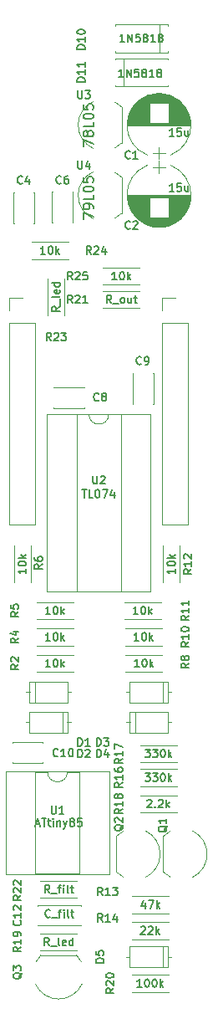
<source format=gbr>
%TF.GenerationSoftware,KiCad,Pcbnew,(5.1.9-0-10_14)*%
%TF.CreationDate,2020-12-31T21:37:28-06:00*%
%TF.ProjectId,JNTUB_board2,4a4e5455-425f-4626-9f61-7264322e6b69,rev?*%
%TF.SameCoordinates,Original*%
%TF.FileFunction,Legend,Top*%
%TF.FilePolarity,Positive*%
%FSLAX46Y46*%
G04 Gerber Fmt 4.6, Leading zero omitted, Abs format (unit mm)*
G04 Created by KiCad (PCBNEW (5.1.9-0-10_14)) date 2020-12-31 21:37:28*
%MOMM*%
%LPD*%
G01*
G04 APERTURE LIST*
%ADD10C,0.120000*%
%ADD11C,0.150000*%
G04 APERTURE END LIST*
D10*
%TO.C,C12*%
X199506000Y-147340000D02*
X199506000Y-147326000D01*
X199506000Y-149346000D02*
X199506000Y-149332000D01*
X203926000Y-147340000D02*
X203926000Y-147326000D01*
X203926000Y-149346000D02*
X203926000Y-149332000D01*
X203926000Y-147326000D02*
X199506000Y-147326000D01*
X203926000Y-149346000D02*
X199506000Y-149346000D01*
%TO.C,U3*%
X208098000Y-70126000D02*
X208098000Y-66526000D01*
X207370795Y-70650184D02*
G75*
G03*
X208098000Y-70126000I-1122795J2324184D01*
G01*
X205149193Y-70682400D02*
G75*
G02*
X203648000Y-68326000I1098807J2356400D01*
G01*
X205149193Y-65969600D02*
G75*
G03*
X203648000Y-68326000I1098807J-2356400D01*
G01*
X207370795Y-66001816D02*
G75*
G02*
X208098000Y-66526000I-1122795J-2324184D01*
G01*
%TO.C,U4*%
X208098000Y-77238000D02*
X208098000Y-73638000D01*
X207370795Y-77762184D02*
G75*
G03*
X208098000Y-77238000I-1122795J2324184D01*
G01*
X205149193Y-77794400D02*
G75*
G02*
X203648000Y-75438000I1098807J2356400D01*
G01*
X205149193Y-73081600D02*
G75*
G03*
X203648000Y-75438000I1098807J-2356400D01*
G01*
X207370795Y-73113816D02*
G75*
G02*
X208098000Y-73638000I-1122795J-2324184D01*
G01*
%TO.C,D5*%
X212753000Y-153587000D02*
X212753000Y-151467000D01*
X212753000Y-151467000D02*
X208887000Y-151467000D01*
X208887000Y-151467000D02*
X208887000Y-153587000D01*
X208887000Y-153587000D02*
X212753000Y-153587000D01*
X213106000Y-152527000D02*
X212725000Y-152527000D01*
X208534000Y-152527000D02*
X208851500Y-152527000D01*
X212220000Y-153587000D02*
X212220000Y-151467000D01*
%TO.C,D4*%
X208887000Y-127718000D02*
X208887000Y-129838000D01*
X208887000Y-129838000D02*
X212753000Y-129838000D01*
X212753000Y-129838000D02*
X212753000Y-127718000D01*
X212753000Y-127718000D02*
X208887000Y-127718000D01*
X208534000Y-128778000D02*
X208915000Y-128778000D01*
X213106000Y-128778000D02*
X212788500Y-128778000D01*
X209420000Y-127718000D02*
X209420000Y-129838000D01*
%TO.C,D3*%
X212220000Y-126790000D02*
X212220000Y-124670000D01*
X208534000Y-125730000D02*
X208851500Y-125730000D01*
X213106000Y-125730000D02*
X212725000Y-125730000D01*
X208887000Y-126790000D02*
X212753000Y-126790000D01*
X208887000Y-124670000D02*
X208887000Y-126790000D01*
X212753000Y-124670000D02*
X208887000Y-124670000D01*
X212753000Y-126790000D02*
X212753000Y-124670000D01*
%TO.C,D2*%
X202567600Y-129838000D02*
X202567600Y-127718000D01*
X202567600Y-127718000D02*
X198701600Y-127718000D01*
X198701600Y-127718000D02*
X198701600Y-129838000D01*
X198701600Y-129838000D02*
X202567600Y-129838000D01*
X202920600Y-128778000D02*
X202539600Y-128778000D01*
X198348600Y-128778000D02*
X198666100Y-128778000D01*
X202034600Y-129838000D02*
X202034600Y-127718000D01*
%TO.C,D1*%
X198727000Y-124670000D02*
X198727000Y-126790000D01*
X198727000Y-126790000D02*
X202593000Y-126790000D01*
X202593000Y-126790000D02*
X202593000Y-124670000D01*
X202593000Y-124670000D02*
X198727000Y-124670000D01*
X198374000Y-125730000D02*
X198755000Y-125730000D01*
X202946000Y-125730000D02*
X202628500Y-125730000D01*
X199260000Y-124670000D02*
X199260000Y-126790000D01*
%TO.C,C4*%
X199116000Y-75168000D02*
X199180000Y-75168000D01*
X197060000Y-75168000D02*
X197124000Y-75168000D01*
X199116000Y-78288000D02*
X199180000Y-78288000D01*
X197060000Y-78288000D02*
X197124000Y-78288000D01*
X199180000Y-78288000D02*
X199180000Y-75168000D01*
X197060000Y-78288000D02*
X197060000Y-75168000D01*
%TO.C,C10*%
X196961000Y-130830000D02*
X196961000Y-130766000D01*
X196961000Y-132886000D02*
X196961000Y-132822000D01*
X200081000Y-130830000D02*
X200081000Y-130766000D01*
X200081000Y-132886000D02*
X200081000Y-132822000D01*
X200081000Y-130766000D02*
X196961000Y-130766000D01*
X200081000Y-132886000D02*
X196961000Y-132886000D01*
%TO.C,C9*%
X209214400Y-96586800D02*
X209150400Y-96586800D01*
X211270400Y-96586800D02*
X211206400Y-96586800D01*
X209214400Y-93466800D02*
X209150400Y-93466800D01*
X211270400Y-93466800D02*
X211206400Y-93466800D01*
X209150400Y-93466800D02*
X209150400Y-96586800D01*
X211270400Y-93466800D02*
X211270400Y-96586800D01*
%TO.C,C8*%
X201152000Y-94914400D02*
X201152000Y-94850400D01*
X201152000Y-96970400D02*
X201152000Y-96906400D01*
X204272000Y-94914400D02*
X204272000Y-94850400D01*
X204272000Y-96970400D02*
X204272000Y-96906400D01*
X204272000Y-94850400D02*
X201152000Y-94850400D01*
X204272000Y-96970400D02*
X201152000Y-96970400D01*
%TO.C,C6*%
X201061000Y-78222600D02*
X200997000Y-78222600D01*
X203117000Y-78222600D02*
X203053000Y-78222600D01*
X201061000Y-75102600D02*
X200997000Y-75102600D01*
X203117000Y-75102600D02*
X203053000Y-75102600D01*
X200997000Y-75102600D02*
X200997000Y-78222600D01*
X203117000Y-75102600D02*
X203117000Y-78222600D01*
%TO.C,R25*%
X206166000Y-84489500D02*
X209886000Y-84489500D01*
X206166000Y-82769500D02*
X209886000Y-82769500D01*
%TO.C,R24*%
X198927000Y-81886000D02*
X202647000Y-81886000D01*
X198927000Y-80166000D02*
X202647000Y-80166000D01*
%TO.C,R23*%
X202282000Y-83865000D02*
X202282000Y-87585000D01*
X200562000Y-83865000D02*
X200562000Y-87585000D01*
%TO.C,R22*%
X199816000Y-146529000D02*
X203536000Y-146529000D01*
X199816000Y-144809000D02*
X203536000Y-144809000D01*
%TO.C,R21*%
X209886000Y-86839000D02*
X206166000Y-86839000D01*
X209886000Y-85119000D02*
X206166000Y-85119000D01*
%TO.C,R20*%
X212807000Y-156054000D02*
X209087000Y-156054000D01*
X212807000Y-154334000D02*
X209087000Y-154334000D01*
%TO.C,R19*%
X199816000Y-150143000D02*
X203536000Y-150143000D01*
X199816000Y-151863000D02*
X203536000Y-151863000D01*
%TO.C,R18*%
X209925200Y-136173000D02*
X213645200Y-136173000D01*
X209925200Y-137893000D02*
X213645200Y-137893000D01*
%TO.C,R17*%
X209925200Y-131093000D02*
X213645200Y-131093000D01*
X209925200Y-132813000D02*
X213645200Y-132813000D01*
%TO.C,R16*%
X209925200Y-133506000D02*
X213645200Y-133506000D01*
X209925200Y-135226000D02*
X213645200Y-135226000D01*
%TO.C,R14*%
X212807000Y-150720000D02*
X209087000Y-150720000D01*
X212807000Y-149000000D02*
X209087000Y-149000000D01*
%TO.C,R13*%
X212857800Y-148103800D02*
X209137800Y-148103800D01*
X212857800Y-146383800D02*
X209137800Y-146383800D01*
%TO.C,R12*%
X212246000Y-114636000D02*
X212246000Y-110916000D01*
X213966000Y-114636000D02*
X213966000Y-110916000D01*
%TO.C,R11*%
X208325000Y-116615000D02*
X212045000Y-116615000D01*
X208325000Y-118335000D02*
X212045000Y-118335000D01*
%TO.C,R10*%
X212121200Y-121002000D02*
X208401200Y-121002000D01*
X212121200Y-119282000D02*
X208401200Y-119282000D01*
%TO.C,R8*%
X212172000Y-123669000D02*
X208452000Y-123669000D01*
X212172000Y-121949000D02*
X208452000Y-121949000D01*
%TO.C,R6*%
X197133000Y-114636000D02*
X197133000Y-110916000D01*
X198853000Y-114636000D02*
X198853000Y-110916000D01*
%TO.C,R5*%
X203155000Y-118335000D02*
X199435000Y-118335000D01*
X203155000Y-116615000D02*
X199435000Y-116615000D01*
%TO.C,R4*%
X199435000Y-119282000D02*
X203155000Y-119282000D01*
X199435000Y-121002000D02*
X203155000Y-121002000D01*
%TO.C,R2*%
X199435000Y-121949000D02*
X203155000Y-121949000D01*
X199435000Y-123669000D02*
X203155000Y-123669000D01*
%TO.C,D11*%
X207398000Y-61712000D02*
X207398000Y-61582000D01*
X207398000Y-61582000D02*
X212718000Y-61582000D01*
X212718000Y-61582000D02*
X212718000Y-61712000D01*
X207398000Y-64272000D02*
X207398000Y-64402000D01*
X207398000Y-64402000D02*
X212718000Y-64402000D01*
X212718000Y-64402000D02*
X212718000Y-64272000D01*
X208238000Y-61582000D02*
X208238000Y-64402000D01*
%TO.C,D10*%
X211878000Y-60973000D02*
X211878000Y-58153000D01*
X207398000Y-58153000D02*
X207398000Y-58283000D01*
X212718000Y-58153000D02*
X207398000Y-58153000D01*
X212718000Y-58283000D02*
X212718000Y-58153000D01*
X207398000Y-60973000D02*
X207398000Y-60843000D01*
X212718000Y-60973000D02*
X207398000Y-60973000D01*
X212718000Y-60843000D02*
X212718000Y-60973000D01*
%TO.C,C2*%
X212486000Y-72568000D02*
X211186000Y-72568000D01*
X211836000Y-71968000D02*
X211836000Y-73168000D01*
X212304000Y-78619000D02*
X211368000Y-78619000D01*
X212512000Y-78579000D02*
X211160000Y-78579000D01*
X212670000Y-78539000D02*
X211002000Y-78539000D01*
X212802000Y-78499000D02*
X210870000Y-78499000D01*
X212917000Y-78459000D02*
X210755000Y-78459000D01*
X213020000Y-78419000D02*
X210652000Y-78419000D01*
X213114000Y-78379000D02*
X210558000Y-78379000D01*
X213200000Y-78339000D02*
X210472000Y-78339000D01*
X213281000Y-78299000D02*
X210391000Y-78299000D01*
X213356000Y-78259000D02*
X210316000Y-78259000D01*
X213427000Y-78219000D02*
X210245000Y-78219000D01*
X213494000Y-78179000D02*
X210178000Y-78179000D01*
X213557000Y-78139000D02*
X210115000Y-78139000D01*
X213617000Y-78099000D02*
X210055000Y-78099000D01*
X213675000Y-78059000D02*
X209997000Y-78059000D01*
X213730000Y-78019000D02*
X209942000Y-78019000D01*
X213782000Y-77979000D02*
X209890000Y-77979000D01*
X213833000Y-77939000D02*
X209839000Y-77939000D01*
X213881000Y-77899000D02*
X209791000Y-77899000D01*
X213928000Y-77859000D02*
X209744000Y-77859000D01*
X213973000Y-77819000D02*
X209699000Y-77819000D01*
X214016000Y-77779000D02*
X209656000Y-77779000D01*
X214058000Y-77739000D02*
X209614000Y-77739000D01*
X214098000Y-77699000D02*
X209574000Y-77699000D01*
X214137000Y-77659000D02*
X209535000Y-77659000D01*
X210856000Y-77619000D02*
X209497000Y-77619000D01*
X214175000Y-77619000D02*
X212816000Y-77619000D01*
X210856000Y-77579000D02*
X209461000Y-77579000D01*
X214211000Y-77579000D02*
X212816000Y-77579000D01*
X210856000Y-77539000D02*
X209425000Y-77539000D01*
X214247000Y-77539000D02*
X212816000Y-77539000D01*
X210856000Y-77499000D02*
X209391000Y-77499000D01*
X214281000Y-77499000D02*
X212816000Y-77499000D01*
X210856000Y-77459000D02*
X209358000Y-77459000D01*
X214314000Y-77459000D02*
X212816000Y-77459000D01*
X210856000Y-77419000D02*
X209326000Y-77419000D01*
X214346000Y-77419000D02*
X212816000Y-77419000D01*
X210856000Y-77379000D02*
X209296000Y-77379000D01*
X214376000Y-77379000D02*
X212816000Y-77379000D01*
X210856000Y-77339000D02*
X209266000Y-77339000D01*
X214406000Y-77339000D02*
X212816000Y-77339000D01*
X210856000Y-77299000D02*
X209237000Y-77299000D01*
X214435000Y-77299000D02*
X212816000Y-77299000D01*
X210856000Y-77259000D02*
X209209000Y-77259000D01*
X214463000Y-77259000D02*
X212816000Y-77259000D01*
X210856000Y-77219000D02*
X209182000Y-77219000D01*
X214490000Y-77219000D02*
X212816000Y-77219000D01*
X210856000Y-77179000D02*
X209155000Y-77179000D01*
X214517000Y-77179000D02*
X212816000Y-77179000D01*
X210856000Y-77139000D02*
X209130000Y-77139000D01*
X214542000Y-77139000D02*
X212816000Y-77139000D01*
X210856000Y-77099000D02*
X209105000Y-77099000D01*
X214567000Y-77099000D02*
X212816000Y-77099000D01*
X210856000Y-77059000D02*
X209081000Y-77059000D01*
X214591000Y-77059000D02*
X212816000Y-77059000D01*
X210856000Y-77019000D02*
X209058000Y-77019000D01*
X214614000Y-77019000D02*
X212816000Y-77019000D01*
X210856000Y-76979000D02*
X209036000Y-76979000D01*
X214636000Y-76979000D02*
X212816000Y-76979000D01*
X210856000Y-76939000D02*
X209014000Y-76939000D01*
X214658000Y-76939000D02*
X212816000Y-76939000D01*
X210856000Y-76899000D02*
X208993000Y-76899000D01*
X214679000Y-76899000D02*
X212816000Y-76899000D01*
X210856000Y-76859000D02*
X208973000Y-76859000D01*
X214699000Y-76859000D02*
X212816000Y-76859000D01*
X210856000Y-76819000D02*
X208954000Y-76819000D01*
X214718000Y-76819000D02*
X212816000Y-76819000D01*
X210856000Y-76779000D02*
X208935000Y-76779000D01*
X214737000Y-76779000D02*
X212816000Y-76779000D01*
X210856000Y-76739000D02*
X208917000Y-76739000D01*
X214755000Y-76739000D02*
X212816000Y-76739000D01*
X210856000Y-76699000D02*
X208899000Y-76699000D01*
X214773000Y-76699000D02*
X212816000Y-76699000D01*
X210856000Y-76659000D02*
X208882000Y-76659000D01*
X214790000Y-76659000D02*
X212816000Y-76659000D01*
X210856000Y-76619000D02*
X208866000Y-76619000D01*
X214806000Y-76619000D02*
X212816000Y-76619000D01*
X210856000Y-76579000D02*
X208850000Y-76579000D01*
X214822000Y-76579000D02*
X212816000Y-76579000D01*
X210856000Y-76539000D02*
X208835000Y-76539000D01*
X214837000Y-76539000D02*
X212816000Y-76539000D01*
X210856000Y-76499000D02*
X208821000Y-76499000D01*
X214851000Y-76499000D02*
X212816000Y-76499000D01*
X210856000Y-76459000D02*
X208807000Y-76459000D01*
X214865000Y-76459000D02*
X212816000Y-76459000D01*
X210856000Y-76419000D02*
X208794000Y-76419000D01*
X214878000Y-76419000D02*
X212816000Y-76419000D01*
X210856000Y-76379000D02*
X208781000Y-76379000D01*
X214891000Y-76379000D02*
X212816000Y-76379000D01*
X210856000Y-76339000D02*
X208769000Y-76339000D01*
X214903000Y-76339000D02*
X212816000Y-76339000D01*
X210856000Y-76299000D02*
X208757000Y-76299000D01*
X214915000Y-76299000D02*
X212816000Y-76299000D01*
X210856000Y-76259000D02*
X208746000Y-76259000D01*
X214926000Y-76259000D02*
X212816000Y-76259000D01*
X210856000Y-76219000D02*
X208736000Y-76219000D01*
X214936000Y-76219000D02*
X212816000Y-76219000D01*
X210856000Y-76179000D02*
X208726000Y-76179000D01*
X214946000Y-76179000D02*
X212816000Y-76179000D01*
X210856000Y-76139000D02*
X208717000Y-76139000D01*
X214955000Y-76139000D02*
X212816000Y-76139000D01*
X210856000Y-76098000D02*
X208708000Y-76098000D01*
X214964000Y-76098000D02*
X212816000Y-76098000D01*
X210856000Y-76058000D02*
X208699000Y-76058000D01*
X214973000Y-76058000D02*
X212816000Y-76058000D01*
X210856000Y-76018000D02*
X208692000Y-76018000D01*
X214980000Y-76018000D02*
X212816000Y-76018000D01*
X210856000Y-75978000D02*
X208684000Y-75978000D01*
X214988000Y-75978000D02*
X212816000Y-75978000D01*
X210856000Y-75938000D02*
X208678000Y-75938000D01*
X214994000Y-75938000D02*
X212816000Y-75938000D01*
X210856000Y-75898000D02*
X208671000Y-75898000D01*
X215001000Y-75898000D02*
X212816000Y-75898000D01*
X210856000Y-75858000D02*
X208666000Y-75858000D01*
X215006000Y-75858000D02*
X212816000Y-75858000D01*
X210856000Y-75818000D02*
X208660000Y-75818000D01*
X215012000Y-75818000D02*
X212816000Y-75818000D01*
X210856000Y-75778000D02*
X208656000Y-75778000D01*
X215016000Y-75778000D02*
X212816000Y-75778000D01*
X210856000Y-75738000D02*
X208651000Y-75738000D01*
X215021000Y-75738000D02*
X212816000Y-75738000D01*
X210856000Y-75698000D02*
X208648000Y-75698000D01*
X215024000Y-75698000D02*
X212816000Y-75698000D01*
X215028000Y-75658000D02*
X208644000Y-75658000D01*
X215030000Y-75618000D02*
X208642000Y-75618000D01*
X215033000Y-75578000D02*
X208639000Y-75578000D01*
X215034000Y-75538000D02*
X208638000Y-75538000D01*
X215036000Y-75498000D02*
X208636000Y-75498000D01*
X215036000Y-75458000D02*
X208636000Y-75458000D01*
X215036000Y-75418000D02*
X208636000Y-75418000D01*
X213015136Y-78435820D02*
G75*
G03*
X213016000Y-72400518I-1179136J3017820D01*
G01*
X210656864Y-78435820D02*
G75*
G02*
X210656000Y-72400518I1179136J3017820D01*
G01*
X210656864Y-78435820D02*
G75*
G03*
X213016000Y-78435482I1179136J3017820D01*
G01*
%TO.C,C1*%
X211186000Y-71196000D02*
X212486000Y-71196000D01*
X211836000Y-71796000D02*
X211836000Y-70596000D01*
X211368000Y-65145000D02*
X212304000Y-65145000D01*
X211160000Y-65185000D02*
X212512000Y-65185000D01*
X211002000Y-65225000D02*
X212670000Y-65225000D01*
X210870000Y-65265000D02*
X212802000Y-65265000D01*
X210755000Y-65305000D02*
X212917000Y-65305000D01*
X210652000Y-65345000D02*
X213020000Y-65345000D01*
X210558000Y-65385000D02*
X213114000Y-65385000D01*
X210472000Y-65425000D02*
X213200000Y-65425000D01*
X210391000Y-65465000D02*
X213281000Y-65465000D01*
X210316000Y-65505000D02*
X213356000Y-65505000D01*
X210245000Y-65545000D02*
X213427000Y-65545000D01*
X210178000Y-65585000D02*
X213494000Y-65585000D01*
X210115000Y-65625000D02*
X213557000Y-65625000D01*
X210055000Y-65665000D02*
X213617000Y-65665000D01*
X209997000Y-65705000D02*
X213675000Y-65705000D01*
X209942000Y-65745000D02*
X213730000Y-65745000D01*
X209890000Y-65785000D02*
X213782000Y-65785000D01*
X209839000Y-65825000D02*
X213833000Y-65825000D01*
X209791000Y-65865000D02*
X213881000Y-65865000D01*
X209744000Y-65905000D02*
X213928000Y-65905000D01*
X209699000Y-65945000D02*
X213973000Y-65945000D01*
X209656000Y-65985000D02*
X214016000Y-65985000D01*
X209614000Y-66025000D02*
X214058000Y-66025000D01*
X209574000Y-66065000D02*
X214098000Y-66065000D01*
X209535000Y-66105000D02*
X214137000Y-66105000D01*
X212816000Y-66145000D02*
X214175000Y-66145000D01*
X209497000Y-66145000D02*
X210856000Y-66145000D01*
X212816000Y-66185000D02*
X214211000Y-66185000D01*
X209461000Y-66185000D02*
X210856000Y-66185000D01*
X212816000Y-66225000D02*
X214247000Y-66225000D01*
X209425000Y-66225000D02*
X210856000Y-66225000D01*
X212816000Y-66265000D02*
X214281000Y-66265000D01*
X209391000Y-66265000D02*
X210856000Y-66265000D01*
X212816000Y-66305000D02*
X214314000Y-66305000D01*
X209358000Y-66305000D02*
X210856000Y-66305000D01*
X212816000Y-66345000D02*
X214346000Y-66345000D01*
X209326000Y-66345000D02*
X210856000Y-66345000D01*
X212816000Y-66385000D02*
X214376000Y-66385000D01*
X209296000Y-66385000D02*
X210856000Y-66385000D01*
X212816000Y-66425000D02*
X214406000Y-66425000D01*
X209266000Y-66425000D02*
X210856000Y-66425000D01*
X212816000Y-66465000D02*
X214435000Y-66465000D01*
X209237000Y-66465000D02*
X210856000Y-66465000D01*
X212816000Y-66505000D02*
X214463000Y-66505000D01*
X209209000Y-66505000D02*
X210856000Y-66505000D01*
X212816000Y-66545000D02*
X214490000Y-66545000D01*
X209182000Y-66545000D02*
X210856000Y-66545000D01*
X212816000Y-66585000D02*
X214517000Y-66585000D01*
X209155000Y-66585000D02*
X210856000Y-66585000D01*
X212816000Y-66625000D02*
X214542000Y-66625000D01*
X209130000Y-66625000D02*
X210856000Y-66625000D01*
X212816000Y-66665000D02*
X214567000Y-66665000D01*
X209105000Y-66665000D02*
X210856000Y-66665000D01*
X212816000Y-66705000D02*
X214591000Y-66705000D01*
X209081000Y-66705000D02*
X210856000Y-66705000D01*
X212816000Y-66745000D02*
X214614000Y-66745000D01*
X209058000Y-66745000D02*
X210856000Y-66745000D01*
X212816000Y-66785000D02*
X214636000Y-66785000D01*
X209036000Y-66785000D02*
X210856000Y-66785000D01*
X212816000Y-66825000D02*
X214658000Y-66825000D01*
X209014000Y-66825000D02*
X210856000Y-66825000D01*
X212816000Y-66865000D02*
X214679000Y-66865000D01*
X208993000Y-66865000D02*
X210856000Y-66865000D01*
X212816000Y-66905000D02*
X214699000Y-66905000D01*
X208973000Y-66905000D02*
X210856000Y-66905000D01*
X212816000Y-66945000D02*
X214718000Y-66945000D01*
X208954000Y-66945000D02*
X210856000Y-66945000D01*
X212816000Y-66985000D02*
X214737000Y-66985000D01*
X208935000Y-66985000D02*
X210856000Y-66985000D01*
X212816000Y-67025000D02*
X214755000Y-67025000D01*
X208917000Y-67025000D02*
X210856000Y-67025000D01*
X212816000Y-67065000D02*
X214773000Y-67065000D01*
X208899000Y-67065000D02*
X210856000Y-67065000D01*
X212816000Y-67105000D02*
X214790000Y-67105000D01*
X208882000Y-67105000D02*
X210856000Y-67105000D01*
X212816000Y-67145000D02*
X214806000Y-67145000D01*
X208866000Y-67145000D02*
X210856000Y-67145000D01*
X212816000Y-67185000D02*
X214822000Y-67185000D01*
X208850000Y-67185000D02*
X210856000Y-67185000D01*
X212816000Y-67225000D02*
X214837000Y-67225000D01*
X208835000Y-67225000D02*
X210856000Y-67225000D01*
X212816000Y-67265000D02*
X214851000Y-67265000D01*
X208821000Y-67265000D02*
X210856000Y-67265000D01*
X212816000Y-67305000D02*
X214865000Y-67305000D01*
X208807000Y-67305000D02*
X210856000Y-67305000D01*
X212816000Y-67345000D02*
X214878000Y-67345000D01*
X208794000Y-67345000D02*
X210856000Y-67345000D01*
X212816000Y-67385000D02*
X214891000Y-67385000D01*
X208781000Y-67385000D02*
X210856000Y-67385000D01*
X212816000Y-67425000D02*
X214903000Y-67425000D01*
X208769000Y-67425000D02*
X210856000Y-67425000D01*
X212816000Y-67465000D02*
X214915000Y-67465000D01*
X208757000Y-67465000D02*
X210856000Y-67465000D01*
X212816000Y-67505000D02*
X214926000Y-67505000D01*
X208746000Y-67505000D02*
X210856000Y-67505000D01*
X212816000Y-67545000D02*
X214936000Y-67545000D01*
X208736000Y-67545000D02*
X210856000Y-67545000D01*
X212816000Y-67585000D02*
X214946000Y-67585000D01*
X208726000Y-67585000D02*
X210856000Y-67585000D01*
X212816000Y-67625000D02*
X214955000Y-67625000D01*
X208717000Y-67625000D02*
X210856000Y-67625000D01*
X212816000Y-67666000D02*
X214964000Y-67666000D01*
X208708000Y-67666000D02*
X210856000Y-67666000D01*
X212816000Y-67706000D02*
X214973000Y-67706000D01*
X208699000Y-67706000D02*
X210856000Y-67706000D01*
X212816000Y-67746000D02*
X214980000Y-67746000D01*
X208692000Y-67746000D02*
X210856000Y-67746000D01*
X212816000Y-67786000D02*
X214988000Y-67786000D01*
X208684000Y-67786000D02*
X210856000Y-67786000D01*
X212816000Y-67826000D02*
X214994000Y-67826000D01*
X208678000Y-67826000D02*
X210856000Y-67826000D01*
X212816000Y-67866000D02*
X215001000Y-67866000D01*
X208671000Y-67866000D02*
X210856000Y-67866000D01*
X212816000Y-67906000D02*
X215006000Y-67906000D01*
X208666000Y-67906000D02*
X210856000Y-67906000D01*
X212816000Y-67946000D02*
X215012000Y-67946000D01*
X208660000Y-67946000D02*
X210856000Y-67946000D01*
X212816000Y-67986000D02*
X215016000Y-67986000D01*
X208656000Y-67986000D02*
X210856000Y-67986000D01*
X212816000Y-68026000D02*
X215021000Y-68026000D01*
X208651000Y-68026000D02*
X210856000Y-68026000D01*
X212816000Y-68066000D02*
X215024000Y-68066000D01*
X208648000Y-68066000D02*
X210856000Y-68066000D01*
X208644000Y-68106000D02*
X215028000Y-68106000D01*
X208642000Y-68146000D02*
X215030000Y-68146000D01*
X208639000Y-68186000D02*
X215033000Y-68186000D01*
X208638000Y-68226000D02*
X215034000Y-68226000D01*
X208636000Y-68266000D02*
X215036000Y-68266000D01*
X208636000Y-68306000D02*
X215036000Y-68306000D01*
X208636000Y-68346000D02*
X215036000Y-68346000D01*
X210656864Y-65328180D02*
G75*
G03*
X210656000Y-71363482I1179136J-3017820D01*
G01*
X213015136Y-65328180D02*
G75*
G02*
X213016000Y-71363482I-1179136J-3017820D01*
G01*
X213015136Y-65328180D02*
G75*
G03*
X210656000Y-65328518I-1179136J-3017820D01*
G01*
%TO.C,U2*%
X204740000Y-97603000D02*
X203490000Y-97603000D01*
X203490000Y-97603000D02*
X203490000Y-115503000D01*
X203490000Y-115503000D02*
X207990000Y-115503000D01*
X207990000Y-115503000D02*
X207990000Y-97603000D01*
X207990000Y-97603000D02*
X206740000Y-97603000D01*
X200490000Y-97543000D02*
X200490000Y-115563000D01*
X200490000Y-115563000D02*
X210990000Y-115563000D01*
X210990000Y-115563000D02*
X210990000Y-97543000D01*
X210990000Y-97543000D02*
X200490000Y-97543000D01*
X206740000Y-97603000D02*
G75*
G02*
X204740000Y-97603000I-1000000J0D01*
G01*
%TO.C,U1*%
X206799000Y-133738000D02*
X196299000Y-133738000D01*
X206799000Y-144138000D02*
X206799000Y-133738000D01*
X196299000Y-144138000D02*
X206799000Y-144138000D01*
X196299000Y-133738000D02*
X196299000Y-144138000D01*
X203799000Y-133798000D02*
X202549000Y-133798000D01*
X203799000Y-144078000D02*
X203799000Y-133798000D01*
X199299000Y-144078000D02*
X203799000Y-144078000D01*
X199299000Y-133798000D02*
X199299000Y-144078000D01*
X200549000Y-133798000D02*
X199299000Y-133798000D01*
X202549000Y-133798000D02*
G75*
G02*
X200549000Y-133798000I-1000000J0D01*
G01*
%TO.C,Q1*%
X212272000Y-140313000D02*
X212272000Y-143913000D01*
X212999205Y-139788816D02*
G75*
G03*
X212272000Y-140313000I1122795J-2324184D01*
G01*
X215220807Y-139756600D02*
G75*
G02*
X216722000Y-142113000I-1098807J-2356400D01*
G01*
X215220807Y-144469400D02*
G75*
G03*
X216722000Y-142113000I-1098807J2356400D01*
G01*
X212999205Y-144437184D02*
G75*
G02*
X212272000Y-143913000I1122795J2324184D01*
G01*
%TO.C,Q2*%
X207509500Y-140313000D02*
X207509500Y-143913000D01*
X208236705Y-139788816D02*
G75*
G03*
X207509500Y-140313000I1122795J-2324184D01*
G01*
X210458307Y-139756600D02*
G75*
G02*
X211959500Y-142113000I-1098807J-2356400D01*
G01*
X210458307Y-144469400D02*
G75*
G03*
X211959500Y-142113000I-1098807J2356400D01*
G01*
X208236705Y-144437184D02*
G75*
G02*
X207509500Y-143913000I1122795J2324184D01*
G01*
%TO.C,Q3*%
X203476000Y-152328000D02*
X199876000Y-152328000D01*
X204000184Y-153055205D02*
G75*
G03*
X203476000Y-152328000I-2324184J-1122795D01*
G01*
X204032400Y-155276807D02*
G75*
G02*
X201676000Y-156778000I-2356400J1098807D01*
G01*
X199319600Y-155276807D02*
G75*
G03*
X201676000Y-156778000I2356400J1098807D01*
G01*
X199351816Y-153055205D02*
G75*
G02*
X199876000Y-152328000I2324184J-1122795D01*
G01*
%TO.C,J10*%
X196663000Y-85792000D02*
X197993000Y-85792000D01*
X196663000Y-87122000D02*
X196663000Y-85792000D01*
X196663000Y-88392000D02*
X199323000Y-88392000D01*
X199323000Y-88392000D02*
X199323000Y-108772000D01*
X196663000Y-88392000D02*
X196663000Y-108772000D01*
X196663000Y-108772000D02*
X199323000Y-108772000D01*
%TO.C,J11*%
X212157000Y-85792000D02*
X213487000Y-85792000D01*
X212157000Y-87122000D02*
X212157000Y-85792000D01*
X212157000Y-88392000D02*
X214817000Y-88392000D01*
X214817000Y-88392000D02*
X214817000Y-108772000D01*
X212157000Y-88392000D02*
X212157000Y-108772000D01*
X212157000Y-108772000D02*
X214817000Y-108772000D01*
%TO.C,C12*%
D11*
X197770714Y-148850285D02*
X197808809Y-148888380D01*
X197846904Y-149002666D01*
X197846904Y-149078857D01*
X197808809Y-149193142D01*
X197732619Y-149269333D01*
X197656428Y-149307428D01*
X197504047Y-149345523D01*
X197389761Y-149345523D01*
X197237380Y-149307428D01*
X197161190Y-149269333D01*
X197085000Y-149193142D01*
X197046904Y-149078857D01*
X197046904Y-149002666D01*
X197085000Y-148888380D01*
X197123095Y-148850285D01*
X197846904Y-148088380D02*
X197846904Y-148545523D01*
X197846904Y-148316952D02*
X197046904Y-148316952D01*
X197161190Y-148393142D01*
X197237380Y-148469333D01*
X197275476Y-148545523D01*
X197123095Y-147783619D02*
X197085000Y-147745523D01*
X197046904Y-147669333D01*
X197046904Y-147478857D01*
X197085000Y-147402666D01*
X197123095Y-147364571D01*
X197199285Y-147326476D01*
X197275476Y-147326476D01*
X197389761Y-147364571D01*
X197846904Y-147821714D01*
X197846904Y-147326476D01*
X200801714Y-148443914D02*
X200763619Y-148482009D01*
X200649333Y-148520104D01*
X200573142Y-148520104D01*
X200458857Y-148482009D01*
X200382666Y-148405819D01*
X200344571Y-148329628D01*
X200306476Y-148177247D01*
X200306476Y-148062961D01*
X200344571Y-147910580D01*
X200382666Y-147834390D01*
X200458857Y-147758200D01*
X200573142Y-147720104D01*
X200649333Y-147720104D01*
X200763619Y-147758200D01*
X200801714Y-147796295D01*
X200954095Y-148596295D02*
X201563619Y-148596295D01*
X201639809Y-147986771D02*
X201944571Y-147986771D01*
X201754095Y-148520104D02*
X201754095Y-147834390D01*
X201792190Y-147758200D01*
X201868380Y-147720104D01*
X201944571Y-147720104D01*
X202211238Y-148520104D02*
X202211238Y-147986771D01*
X202211238Y-147720104D02*
X202173142Y-147758200D01*
X202211238Y-147796295D01*
X202249333Y-147758200D01*
X202211238Y-147720104D01*
X202211238Y-147796295D01*
X202706476Y-148520104D02*
X202630285Y-148482009D01*
X202592190Y-148405819D01*
X202592190Y-147720104D01*
X202896952Y-147986771D02*
X203201714Y-147986771D01*
X203011238Y-147720104D02*
X203011238Y-148405819D01*
X203049333Y-148482009D01*
X203125523Y-148520104D01*
X203201714Y-148520104D01*
%TO.C,U3*%
X203606476Y-64839904D02*
X203606476Y-65487523D01*
X203644571Y-65563714D01*
X203682666Y-65601809D01*
X203758857Y-65639904D01*
X203911238Y-65639904D01*
X203987428Y-65601809D01*
X204025523Y-65563714D01*
X204063619Y-65487523D01*
X204063619Y-64839904D01*
X204368380Y-64839904D02*
X204863619Y-64839904D01*
X204596952Y-65144666D01*
X204711238Y-65144666D01*
X204787428Y-65182761D01*
X204825523Y-65220857D01*
X204863619Y-65297047D01*
X204863619Y-65487523D01*
X204825523Y-65563714D01*
X204787428Y-65601809D01*
X204711238Y-65639904D01*
X204482666Y-65639904D01*
X204406476Y-65601809D01*
X204368380Y-65563714D01*
X204176380Y-70492666D02*
X204176380Y-69826000D01*
X205176380Y-70254571D01*
X204604952Y-69302190D02*
X204557333Y-69397428D01*
X204509714Y-69445047D01*
X204414476Y-69492666D01*
X204366857Y-69492666D01*
X204271619Y-69445047D01*
X204224000Y-69397428D01*
X204176380Y-69302190D01*
X204176380Y-69111714D01*
X204224000Y-69016476D01*
X204271619Y-68968857D01*
X204366857Y-68921238D01*
X204414476Y-68921238D01*
X204509714Y-68968857D01*
X204557333Y-69016476D01*
X204604952Y-69111714D01*
X204604952Y-69302190D01*
X204652571Y-69397428D01*
X204700190Y-69445047D01*
X204795428Y-69492666D01*
X204985904Y-69492666D01*
X205081142Y-69445047D01*
X205128761Y-69397428D01*
X205176380Y-69302190D01*
X205176380Y-69111714D01*
X205128761Y-69016476D01*
X205081142Y-68968857D01*
X204985904Y-68921238D01*
X204795428Y-68921238D01*
X204700190Y-68968857D01*
X204652571Y-69016476D01*
X204604952Y-69111714D01*
X205176380Y-68016476D02*
X205176380Y-68492666D01*
X204176380Y-68492666D01*
X204176380Y-67492666D02*
X204176380Y-67397428D01*
X204224000Y-67302190D01*
X204271619Y-67254571D01*
X204366857Y-67206952D01*
X204557333Y-67159333D01*
X204795428Y-67159333D01*
X204985904Y-67206952D01*
X205081142Y-67254571D01*
X205128761Y-67302190D01*
X205176380Y-67397428D01*
X205176380Y-67492666D01*
X205128761Y-67587904D01*
X205081142Y-67635523D01*
X204985904Y-67683142D01*
X204795428Y-67730761D01*
X204557333Y-67730761D01*
X204366857Y-67683142D01*
X204271619Y-67635523D01*
X204224000Y-67587904D01*
X204176380Y-67492666D01*
X204176380Y-66254571D02*
X204176380Y-66730761D01*
X204652571Y-66778380D01*
X204604952Y-66730761D01*
X204557333Y-66635523D01*
X204557333Y-66397428D01*
X204604952Y-66302190D01*
X204652571Y-66254571D01*
X204747809Y-66206952D01*
X204985904Y-66206952D01*
X205081142Y-66254571D01*
X205128761Y-66302190D01*
X205176380Y-66397428D01*
X205176380Y-66635523D01*
X205128761Y-66730761D01*
X205081142Y-66778380D01*
%TO.C,U4*%
X203606476Y-71951904D02*
X203606476Y-72599523D01*
X203644571Y-72675714D01*
X203682666Y-72713809D01*
X203758857Y-72751904D01*
X203911238Y-72751904D01*
X203987428Y-72713809D01*
X204025523Y-72675714D01*
X204063619Y-72599523D01*
X204063619Y-71951904D01*
X204787428Y-72218571D02*
X204787428Y-72751904D01*
X204596952Y-71913809D02*
X204406476Y-72485238D01*
X204901714Y-72485238D01*
X204176380Y-77858666D02*
X204176380Y-77192000D01*
X205176380Y-77620571D01*
X205176380Y-76763428D02*
X205176380Y-76572952D01*
X205128761Y-76477714D01*
X205081142Y-76430095D01*
X204938285Y-76334857D01*
X204747809Y-76287238D01*
X204366857Y-76287238D01*
X204271619Y-76334857D01*
X204224000Y-76382476D01*
X204176380Y-76477714D01*
X204176380Y-76668190D01*
X204224000Y-76763428D01*
X204271619Y-76811047D01*
X204366857Y-76858666D01*
X204604952Y-76858666D01*
X204700190Y-76811047D01*
X204747809Y-76763428D01*
X204795428Y-76668190D01*
X204795428Y-76477714D01*
X204747809Y-76382476D01*
X204700190Y-76334857D01*
X204604952Y-76287238D01*
X205176380Y-75382476D02*
X205176380Y-75858666D01*
X204176380Y-75858666D01*
X204176380Y-74858666D02*
X204176380Y-74763428D01*
X204224000Y-74668190D01*
X204271619Y-74620571D01*
X204366857Y-74572952D01*
X204557333Y-74525333D01*
X204795428Y-74525333D01*
X204985904Y-74572952D01*
X205081142Y-74620571D01*
X205128761Y-74668190D01*
X205176380Y-74763428D01*
X205176380Y-74858666D01*
X205128761Y-74953904D01*
X205081142Y-75001523D01*
X204985904Y-75049142D01*
X204795428Y-75096761D01*
X204557333Y-75096761D01*
X204366857Y-75049142D01*
X204271619Y-75001523D01*
X204224000Y-74953904D01*
X204176380Y-74858666D01*
X204176380Y-73620571D02*
X204176380Y-74096761D01*
X204652571Y-74144380D01*
X204604952Y-74096761D01*
X204557333Y-74001523D01*
X204557333Y-73763428D01*
X204604952Y-73668190D01*
X204652571Y-73620571D01*
X204747809Y-73572952D01*
X204985904Y-73572952D01*
X205081142Y-73620571D01*
X205128761Y-73668190D01*
X205176380Y-73763428D01*
X205176380Y-74001523D01*
X205128761Y-74096761D01*
X205081142Y-74144380D01*
%TO.C,D5*%
X206228904Y-153117476D02*
X205428904Y-153117476D01*
X205428904Y-152927000D01*
X205467000Y-152812714D01*
X205543190Y-152736523D01*
X205619380Y-152698428D01*
X205771761Y-152660333D01*
X205886047Y-152660333D01*
X206038428Y-152698428D01*
X206114619Y-152736523D01*
X206190809Y-152812714D01*
X206228904Y-152927000D01*
X206228904Y-153117476D01*
X205428904Y-151936523D02*
X205428904Y-152317476D01*
X205809857Y-152355571D01*
X205771761Y-152317476D01*
X205733666Y-152241285D01*
X205733666Y-152050809D01*
X205771761Y-151974619D01*
X205809857Y-151936523D01*
X205886047Y-151898428D01*
X206076523Y-151898428D01*
X206152714Y-151936523D01*
X206190809Y-151974619D01*
X206228904Y-152050809D01*
X206228904Y-152241285D01*
X206190809Y-152317476D01*
X206152714Y-152355571D01*
%TO.C,D4*%
X205530523Y-132314904D02*
X205530523Y-131514904D01*
X205721000Y-131514904D01*
X205835285Y-131553000D01*
X205911476Y-131629190D01*
X205949571Y-131705380D01*
X205987666Y-131857761D01*
X205987666Y-131972047D01*
X205949571Y-132124428D01*
X205911476Y-132200619D01*
X205835285Y-132276809D01*
X205721000Y-132314904D01*
X205530523Y-132314904D01*
X206673380Y-131781571D02*
X206673380Y-132314904D01*
X206482904Y-131476809D02*
X206292428Y-132048238D01*
X206787666Y-132048238D01*
%TO.C,D3*%
X205530523Y-131171904D02*
X205530523Y-130371904D01*
X205721000Y-130371904D01*
X205835285Y-130410000D01*
X205911476Y-130486190D01*
X205949571Y-130562380D01*
X205987666Y-130714761D01*
X205987666Y-130829047D01*
X205949571Y-130981428D01*
X205911476Y-131057619D01*
X205835285Y-131133809D01*
X205721000Y-131171904D01*
X205530523Y-131171904D01*
X206254333Y-130371904D02*
X206749571Y-130371904D01*
X206482904Y-130676666D01*
X206597190Y-130676666D01*
X206673380Y-130714761D01*
X206711476Y-130752857D01*
X206749571Y-130829047D01*
X206749571Y-131019523D01*
X206711476Y-131095714D01*
X206673380Y-131133809D01*
X206597190Y-131171904D01*
X206368619Y-131171904D01*
X206292428Y-131133809D01*
X206254333Y-131095714D01*
%TO.C,D2*%
X203625523Y-132314904D02*
X203625523Y-131514904D01*
X203816000Y-131514904D01*
X203930285Y-131553000D01*
X204006476Y-131629190D01*
X204044571Y-131705380D01*
X204082666Y-131857761D01*
X204082666Y-131972047D01*
X204044571Y-132124428D01*
X204006476Y-132200619D01*
X203930285Y-132276809D01*
X203816000Y-132314904D01*
X203625523Y-132314904D01*
X204387428Y-131591095D02*
X204425523Y-131553000D01*
X204501714Y-131514904D01*
X204692190Y-131514904D01*
X204768380Y-131553000D01*
X204806476Y-131591095D01*
X204844571Y-131667285D01*
X204844571Y-131743476D01*
X204806476Y-131857761D01*
X204349333Y-132314904D01*
X204844571Y-132314904D01*
%TO.C,D1*%
X203625523Y-131171904D02*
X203625523Y-130371904D01*
X203816000Y-130371904D01*
X203930285Y-130410000D01*
X204006476Y-130486190D01*
X204044571Y-130562380D01*
X204082666Y-130714761D01*
X204082666Y-130829047D01*
X204044571Y-130981428D01*
X204006476Y-131057619D01*
X203930285Y-131133809D01*
X203816000Y-131171904D01*
X203625523Y-131171904D01*
X204844571Y-131171904D02*
X204387428Y-131171904D01*
X204616000Y-131171904D02*
X204616000Y-130371904D01*
X204539809Y-130486190D01*
X204463619Y-130562380D01*
X204387428Y-130600476D01*
%TO.C,C4*%
X197986666Y-74212414D02*
X197948571Y-74250509D01*
X197834285Y-74288604D01*
X197758095Y-74288604D01*
X197643809Y-74250509D01*
X197567619Y-74174319D01*
X197529523Y-74098128D01*
X197491428Y-73945747D01*
X197491428Y-73831461D01*
X197529523Y-73679080D01*
X197567619Y-73602890D01*
X197643809Y-73526700D01*
X197758095Y-73488604D01*
X197834285Y-73488604D01*
X197948571Y-73526700D01*
X197986666Y-73564795D01*
X198672380Y-73755271D02*
X198672380Y-74288604D01*
X198481904Y-73450509D02*
X198291428Y-74021938D01*
X198786666Y-74021938D01*
%TO.C,C10*%
X201606214Y-132175214D02*
X201568119Y-132213309D01*
X201453833Y-132251404D01*
X201377642Y-132251404D01*
X201263357Y-132213309D01*
X201187166Y-132137119D01*
X201149071Y-132060928D01*
X201110976Y-131908547D01*
X201110976Y-131794261D01*
X201149071Y-131641880D01*
X201187166Y-131565690D01*
X201263357Y-131489500D01*
X201377642Y-131451404D01*
X201453833Y-131451404D01*
X201568119Y-131489500D01*
X201606214Y-131527595D01*
X202368119Y-132251404D02*
X201910976Y-132251404D01*
X202139547Y-132251404D02*
X202139547Y-131451404D01*
X202063357Y-131565690D01*
X201987166Y-131641880D01*
X201910976Y-131679976D01*
X202863357Y-131451404D02*
X202939547Y-131451404D01*
X203015738Y-131489500D01*
X203053833Y-131527595D01*
X203091928Y-131603785D01*
X203130023Y-131756166D01*
X203130023Y-131946642D01*
X203091928Y-132099023D01*
X203053833Y-132175214D01*
X203015738Y-132213309D01*
X202939547Y-132251404D01*
X202863357Y-132251404D01*
X202787166Y-132213309D01*
X202749071Y-132175214D01*
X202710976Y-132099023D01*
X202672880Y-131946642D01*
X202672880Y-131756166D01*
X202710976Y-131603785D01*
X202749071Y-131527595D01*
X202787166Y-131489500D01*
X202863357Y-131451404D01*
%TO.C,C9*%
X210051666Y-92487714D02*
X210013571Y-92525809D01*
X209899285Y-92563904D01*
X209823095Y-92563904D01*
X209708809Y-92525809D01*
X209632619Y-92449619D01*
X209594523Y-92373428D01*
X209556428Y-92221047D01*
X209556428Y-92106761D01*
X209594523Y-91954380D01*
X209632619Y-91878190D01*
X209708809Y-91802000D01*
X209823095Y-91763904D01*
X209899285Y-91763904D01*
X210013571Y-91802000D01*
X210051666Y-91840095D01*
X210432619Y-92563904D02*
X210585000Y-92563904D01*
X210661190Y-92525809D01*
X210699285Y-92487714D01*
X210775476Y-92373428D01*
X210813571Y-92221047D01*
X210813571Y-91916285D01*
X210775476Y-91840095D01*
X210737380Y-91802000D01*
X210661190Y-91763904D01*
X210508809Y-91763904D01*
X210432619Y-91802000D01*
X210394523Y-91840095D01*
X210356428Y-91916285D01*
X210356428Y-92106761D01*
X210394523Y-92182952D01*
X210432619Y-92221047D01*
X210508809Y-92259142D01*
X210661190Y-92259142D01*
X210737380Y-92221047D01*
X210775476Y-92182952D01*
X210813571Y-92106761D01*
%TO.C,C8*%
X205733666Y-96170714D02*
X205695571Y-96208809D01*
X205581285Y-96246904D01*
X205505095Y-96246904D01*
X205390809Y-96208809D01*
X205314619Y-96132619D01*
X205276523Y-96056428D01*
X205238428Y-95904047D01*
X205238428Y-95789761D01*
X205276523Y-95637380D01*
X205314619Y-95561190D01*
X205390809Y-95485000D01*
X205505095Y-95446904D01*
X205581285Y-95446904D01*
X205695571Y-95485000D01*
X205733666Y-95523095D01*
X206190809Y-95789761D02*
X206114619Y-95751666D01*
X206076523Y-95713571D01*
X206038428Y-95637380D01*
X206038428Y-95599285D01*
X206076523Y-95523095D01*
X206114619Y-95485000D01*
X206190809Y-95446904D01*
X206343190Y-95446904D01*
X206419380Y-95485000D01*
X206457476Y-95523095D01*
X206495571Y-95599285D01*
X206495571Y-95637380D01*
X206457476Y-95713571D01*
X206419380Y-95751666D01*
X206343190Y-95789761D01*
X206190809Y-95789761D01*
X206114619Y-95827857D01*
X206076523Y-95865952D01*
X206038428Y-95942142D01*
X206038428Y-96094523D01*
X206076523Y-96170714D01*
X206114619Y-96208809D01*
X206190809Y-96246904D01*
X206343190Y-96246904D01*
X206419380Y-96208809D01*
X206457476Y-96170714D01*
X206495571Y-96094523D01*
X206495571Y-95942142D01*
X206457476Y-95865952D01*
X206419380Y-95827857D01*
X206343190Y-95789761D01*
%TO.C,C6*%
X201923666Y-74199714D02*
X201885571Y-74237809D01*
X201771285Y-74275904D01*
X201695095Y-74275904D01*
X201580809Y-74237809D01*
X201504619Y-74161619D01*
X201466523Y-74085428D01*
X201428428Y-73933047D01*
X201428428Y-73818761D01*
X201466523Y-73666380D01*
X201504619Y-73590190D01*
X201580809Y-73514000D01*
X201695095Y-73475904D01*
X201771285Y-73475904D01*
X201885571Y-73514000D01*
X201923666Y-73552095D01*
X202609380Y-73475904D02*
X202457000Y-73475904D01*
X202380809Y-73514000D01*
X202342714Y-73552095D01*
X202266523Y-73666380D01*
X202228428Y-73818761D01*
X202228428Y-74123523D01*
X202266523Y-74199714D01*
X202304619Y-74237809D01*
X202380809Y-74275904D01*
X202533190Y-74275904D01*
X202609380Y-74237809D01*
X202647476Y-74199714D01*
X202685571Y-74123523D01*
X202685571Y-73933047D01*
X202647476Y-73856857D01*
X202609380Y-73818761D01*
X202533190Y-73780666D01*
X202380809Y-73780666D01*
X202304619Y-73818761D01*
X202266523Y-73856857D01*
X202228428Y-73933047D01*
%TO.C,R25*%
X203066714Y-83991404D02*
X202800047Y-83610452D01*
X202609571Y-83991404D02*
X202609571Y-83191404D01*
X202914333Y-83191404D01*
X202990523Y-83229500D01*
X203028619Y-83267595D01*
X203066714Y-83343785D01*
X203066714Y-83458071D01*
X203028619Y-83534261D01*
X202990523Y-83572357D01*
X202914333Y-83610452D01*
X202609571Y-83610452D01*
X203371476Y-83267595D02*
X203409571Y-83229500D01*
X203485761Y-83191404D01*
X203676238Y-83191404D01*
X203752428Y-83229500D01*
X203790523Y-83267595D01*
X203828619Y-83343785D01*
X203828619Y-83419976D01*
X203790523Y-83534261D01*
X203333380Y-83991404D01*
X203828619Y-83991404D01*
X204552428Y-83191404D02*
X204171476Y-83191404D01*
X204133380Y-83572357D01*
X204171476Y-83534261D01*
X204247666Y-83496166D01*
X204438142Y-83496166D01*
X204514333Y-83534261D01*
X204552428Y-83572357D01*
X204590523Y-83648547D01*
X204590523Y-83839023D01*
X204552428Y-83915214D01*
X204514333Y-83953309D01*
X204438142Y-83991404D01*
X204247666Y-83991404D01*
X204171476Y-83953309D01*
X204133380Y-83915214D01*
X207549809Y-83991404D02*
X207092666Y-83991404D01*
X207321238Y-83991404D02*
X207321238Y-83191404D01*
X207245047Y-83305690D01*
X207168857Y-83381880D01*
X207092666Y-83419976D01*
X208045047Y-83191404D02*
X208121238Y-83191404D01*
X208197428Y-83229500D01*
X208235523Y-83267595D01*
X208273619Y-83343785D01*
X208311714Y-83496166D01*
X208311714Y-83686642D01*
X208273619Y-83839023D01*
X208235523Y-83915214D01*
X208197428Y-83953309D01*
X208121238Y-83991404D01*
X208045047Y-83991404D01*
X207968857Y-83953309D01*
X207930761Y-83915214D01*
X207892666Y-83839023D01*
X207854571Y-83686642D01*
X207854571Y-83496166D01*
X207892666Y-83343785D01*
X207930761Y-83267595D01*
X207968857Y-83229500D01*
X208045047Y-83191404D01*
X208654571Y-83991404D02*
X208654571Y-83191404D01*
X208730761Y-83686642D02*
X208959333Y-83991404D01*
X208959333Y-83458071D02*
X208654571Y-83762833D01*
%TO.C,R24*%
X204971714Y-81387904D02*
X204705047Y-81006952D01*
X204514571Y-81387904D02*
X204514571Y-80587904D01*
X204819333Y-80587904D01*
X204895523Y-80626000D01*
X204933619Y-80664095D01*
X204971714Y-80740285D01*
X204971714Y-80854571D01*
X204933619Y-80930761D01*
X204895523Y-80968857D01*
X204819333Y-81006952D01*
X204514571Y-81006952D01*
X205276476Y-80664095D02*
X205314571Y-80626000D01*
X205390761Y-80587904D01*
X205581238Y-80587904D01*
X205657428Y-80626000D01*
X205695523Y-80664095D01*
X205733619Y-80740285D01*
X205733619Y-80816476D01*
X205695523Y-80930761D01*
X205238380Y-81387904D01*
X205733619Y-81387904D01*
X206419333Y-80854571D02*
X206419333Y-81387904D01*
X206228857Y-80549809D02*
X206038380Y-81121238D01*
X206533619Y-81121238D01*
X200310809Y-81387904D02*
X199853666Y-81387904D01*
X200082238Y-81387904D02*
X200082238Y-80587904D01*
X200006047Y-80702190D01*
X199929857Y-80778380D01*
X199853666Y-80816476D01*
X200806047Y-80587904D02*
X200882238Y-80587904D01*
X200958428Y-80626000D01*
X200996523Y-80664095D01*
X201034619Y-80740285D01*
X201072714Y-80892666D01*
X201072714Y-81083142D01*
X201034619Y-81235523D01*
X200996523Y-81311714D01*
X200958428Y-81349809D01*
X200882238Y-81387904D01*
X200806047Y-81387904D01*
X200729857Y-81349809D01*
X200691761Y-81311714D01*
X200653666Y-81235523D01*
X200615571Y-81083142D01*
X200615571Y-80892666D01*
X200653666Y-80740285D01*
X200691761Y-80664095D01*
X200729857Y-80626000D01*
X200806047Y-80587904D01*
X201415571Y-81387904D02*
X201415571Y-80587904D01*
X201491761Y-81083142D02*
X201720333Y-81387904D01*
X201720333Y-80854571D02*
X201415571Y-81159333D01*
%TO.C,R23*%
X200907714Y-90150904D02*
X200641047Y-89769952D01*
X200450571Y-90150904D02*
X200450571Y-89350904D01*
X200755333Y-89350904D01*
X200831523Y-89389000D01*
X200869619Y-89427095D01*
X200907714Y-89503285D01*
X200907714Y-89617571D01*
X200869619Y-89693761D01*
X200831523Y-89731857D01*
X200755333Y-89769952D01*
X200450571Y-89769952D01*
X201212476Y-89427095D02*
X201250571Y-89389000D01*
X201326761Y-89350904D01*
X201517238Y-89350904D01*
X201593428Y-89389000D01*
X201631523Y-89427095D01*
X201669619Y-89503285D01*
X201669619Y-89579476D01*
X201631523Y-89693761D01*
X201174380Y-90150904D01*
X201669619Y-90150904D01*
X201936285Y-89350904D02*
X202431523Y-89350904D01*
X202164857Y-89655666D01*
X202279142Y-89655666D01*
X202355333Y-89693761D01*
X202393428Y-89731857D01*
X202431523Y-89808047D01*
X202431523Y-89998523D01*
X202393428Y-90074714D01*
X202355333Y-90112809D01*
X202279142Y-90150904D01*
X202050571Y-90150904D01*
X201974380Y-90112809D01*
X201936285Y-90074714D01*
X201783904Y-86696428D02*
X201402952Y-86963095D01*
X201783904Y-87153571D02*
X200983904Y-87153571D01*
X200983904Y-86848809D01*
X201022000Y-86772619D01*
X201060095Y-86734523D01*
X201136285Y-86696428D01*
X201250571Y-86696428D01*
X201326761Y-86734523D01*
X201364857Y-86772619D01*
X201402952Y-86848809D01*
X201402952Y-87153571D01*
X201860095Y-86544047D02*
X201860095Y-85934523D01*
X201783904Y-85629761D02*
X201745809Y-85705952D01*
X201669619Y-85744047D01*
X200983904Y-85744047D01*
X201745809Y-85020238D02*
X201783904Y-85096428D01*
X201783904Y-85248809D01*
X201745809Y-85325000D01*
X201669619Y-85363095D01*
X201364857Y-85363095D01*
X201288666Y-85325000D01*
X201250571Y-85248809D01*
X201250571Y-85096428D01*
X201288666Y-85020238D01*
X201364857Y-84982142D01*
X201441047Y-84982142D01*
X201517238Y-85363095D01*
X201783904Y-84296428D02*
X200983904Y-84296428D01*
X201745809Y-84296428D02*
X201783904Y-84372619D01*
X201783904Y-84525000D01*
X201745809Y-84601190D01*
X201707714Y-84639285D01*
X201631523Y-84677380D01*
X201402952Y-84677380D01*
X201326761Y-84639285D01*
X201288666Y-84601190D01*
X201250571Y-84525000D01*
X201250571Y-84372619D01*
X201288666Y-84296428D01*
%TO.C,R22*%
X197846904Y-146310285D02*
X197465952Y-146576952D01*
X197846904Y-146767428D02*
X197046904Y-146767428D01*
X197046904Y-146462666D01*
X197085000Y-146386476D01*
X197123095Y-146348380D01*
X197199285Y-146310285D01*
X197313571Y-146310285D01*
X197389761Y-146348380D01*
X197427857Y-146386476D01*
X197465952Y-146462666D01*
X197465952Y-146767428D01*
X197123095Y-146005523D02*
X197085000Y-145967428D01*
X197046904Y-145891238D01*
X197046904Y-145700761D01*
X197085000Y-145624571D01*
X197123095Y-145586476D01*
X197199285Y-145548380D01*
X197275476Y-145548380D01*
X197389761Y-145586476D01*
X197846904Y-146043619D01*
X197846904Y-145548380D01*
X197123095Y-145243619D02*
X197085000Y-145205523D01*
X197046904Y-145129333D01*
X197046904Y-144938857D01*
X197085000Y-144862666D01*
X197123095Y-144824571D01*
X197199285Y-144786476D01*
X197275476Y-144786476D01*
X197389761Y-144824571D01*
X197846904Y-145281714D01*
X197846904Y-144786476D01*
X200761714Y-146030904D02*
X200495047Y-145649952D01*
X200304571Y-146030904D02*
X200304571Y-145230904D01*
X200609333Y-145230904D01*
X200685523Y-145269000D01*
X200723619Y-145307095D01*
X200761714Y-145383285D01*
X200761714Y-145497571D01*
X200723619Y-145573761D01*
X200685523Y-145611857D01*
X200609333Y-145649952D01*
X200304571Y-145649952D01*
X200914095Y-146107095D02*
X201523619Y-146107095D01*
X201599809Y-145497571D02*
X201904571Y-145497571D01*
X201714095Y-146030904D02*
X201714095Y-145345190D01*
X201752190Y-145269000D01*
X201828380Y-145230904D01*
X201904571Y-145230904D01*
X202171238Y-146030904D02*
X202171238Y-145497571D01*
X202171238Y-145230904D02*
X202133142Y-145269000D01*
X202171238Y-145307095D01*
X202209333Y-145269000D01*
X202171238Y-145230904D01*
X202171238Y-145307095D01*
X202666476Y-146030904D02*
X202590285Y-145992809D01*
X202552190Y-145916619D01*
X202552190Y-145230904D01*
X202856952Y-145497571D02*
X203161714Y-145497571D01*
X202971238Y-145230904D02*
X202971238Y-145916619D01*
X203009333Y-145992809D01*
X203085523Y-146030904D01*
X203161714Y-146030904D01*
%TO.C,R21*%
X203066714Y-86340904D02*
X202800047Y-85959952D01*
X202609571Y-86340904D02*
X202609571Y-85540904D01*
X202914333Y-85540904D01*
X202990523Y-85579000D01*
X203028619Y-85617095D01*
X203066714Y-85693285D01*
X203066714Y-85807571D01*
X203028619Y-85883761D01*
X202990523Y-85921857D01*
X202914333Y-85959952D01*
X202609571Y-85959952D01*
X203371476Y-85617095D02*
X203409571Y-85579000D01*
X203485761Y-85540904D01*
X203676238Y-85540904D01*
X203752428Y-85579000D01*
X203790523Y-85617095D01*
X203828619Y-85693285D01*
X203828619Y-85769476D01*
X203790523Y-85883761D01*
X203333380Y-86340904D01*
X203828619Y-86340904D01*
X204590523Y-86340904D02*
X204133380Y-86340904D01*
X204361952Y-86340904D02*
X204361952Y-85540904D01*
X204285761Y-85655190D01*
X204209571Y-85731380D01*
X204133380Y-85769476D01*
X207016476Y-86340904D02*
X206749809Y-85959952D01*
X206559333Y-86340904D02*
X206559333Y-85540904D01*
X206864095Y-85540904D01*
X206940285Y-85579000D01*
X206978380Y-85617095D01*
X207016476Y-85693285D01*
X207016476Y-85807571D01*
X206978380Y-85883761D01*
X206940285Y-85921857D01*
X206864095Y-85959952D01*
X206559333Y-85959952D01*
X207168857Y-86417095D02*
X207778380Y-86417095D01*
X208083142Y-86340904D02*
X208006952Y-86302809D01*
X207968857Y-86264714D01*
X207930761Y-86188523D01*
X207930761Y-85959952D01*
X207968857Y-85883761D01*
X208006952Y-85845666D01*
X208083142Y-85807571D01*
X208197428Y-85807571D01*
X208273619Y-85845666D01*
X208311714Y-85883761D01*
X208349809Y-85959952D01*
X208349809Y-86188523D01*
X208311714Y-86264714D01*
X208273619Y-86302809D01*
X208197428Y-86340904D01*
X208083142Y-86340904D01*
X209035523Y-85807571D02*
X209035523Y-86340904D01*
X208692666Y-85807571D02*
X208692666Y-86226619D01*
X208730761Y-86302809D01*
X208806952Y-86340904D01*
X208921238Y-86340904D01*
X208997428Y-86302809D01*
X209035523Y-86264714D01*
X209302190Y-85807571D02*
X209606952Y-85807571D01*
X209416476Y-85540904D02*
X209416476Y-86226619D01*
X209454571Y-86302809D01*
X209530761Y-86340904D01*
X209606952Y-86340904D01*
%TO.C,R20*%
X207244904Y-155708285D02*
X206863952Y-155974952D01*
X207244904Y-156165428D02*
X206444904Y-156165428D01*
X206444904Y-155860666D01*
X206483000Y-155784476D01*
X206521095Y-155746380D01*
X206597285Y-155708285D01*
X206711571Y-155708285D01*
X206787761Y-155746380D01*
X206825857Y-155784476D01*
X206863952Y-155860666D01*
X206863952Y-156165428D01*
X206521095Y-155403523D02*
X206483000Y-155365428D01*
X206444904Y-155289238D01*
X206444904Y-155098761D01*
X206483000Y-155022571D01*
X206521095Y-154984476D01*
X206597285Y-154946380D01*
X206673476Y-154946380D01*
X206787761Y-154984476D01*
X207244904Y-155441619D01*
X207244904Y-154946380D01*
X206444904Y-154451142D02*
X206444904Y-154374952D01*
X206483000Y-154298761D01*
X206521095Y-154260666D01*
X206597285Y-154222571D01*
X206749666Y-154184476D01*
X206940142Y-154184476D01*
X207092523Y-154222571D01*
X207168714Y-154260666D01*
X207206809Y-154298761D01*
X207244904Y-154374952D01*
X207244904Y-154451142D01*
X207206809Y-154527333D01*
X207168714Y-154565428D01*
X207092523Y-154603523D01*
X206940142Y-154641619D01*
X206749666Y-154641619D01*
X206597285Y-154603523D01*
X206521095Y-154565428D01*
X206483000Y-154527333D01*
X206444904Y-154451142D01*
X210089857Y-155555904D02*
X209632714Y-155555904D01*
X209861285Y-155555904D02*
X209861285Y-154755904D01*
X209785095Y-154870190D01*
X209708904Y-154946380D01*
X209632714Y-154984476D01*
X210585095Y-154755904D02*
X210661285Y-154755904D01*
X210737476Y-154794000D01*
X210775571Y-154832095D01*
X210813666Y-154908285D01*
X210851761Y-155060666D01*
X210851761Y-155251142D01*
X210813666Y-155403523D01*
X210775571Y-155479714D01*
X210737476Y-155517809D01*
X210661285Y-155555904D01*
X210585095Y-155555904D01*
X210508904Y-155517809D01*
X210470809Y-155479714D01*
X210432714Y-155403523D01*
X210394619Y-155251142D01*
X210394619Y-155060666D01*
X210432714Y-154908285D01*
X210470809Y-154832095D01*
X210508904Y-154794000D01*
X210585095Y-154755904D01*
X211347000Y-154755904D02*
X211423190Y-154755904D01*
X211499380Y-154794000D01*
X211537476Y-154832095D01*
X211575571Y-154908285D01*
X211613666Y-155060666D01*
X211613666Y-155251142D01*
X211575571Y-155403523D01*
X211537476Y-155479714D01*
X211499380Y-155517809D01*
X211423190Y-155555904D01*
X211347000Y-155555904D01*
X211270809Y-155517809D01*
X211232714Y-155479714D01*
X211194619Y-155403523D01*
X211156523Y-155251142D01*
X211156523Y-155060666D01*
X211194619Y-154908285D01*
X211232714Y-154832095D01*
X211270809Y-154794000D01*
X211347000Y-154755904D01*
X211956523Y-155555904D02*
X211956523Y-154755904D01*
X212032714Y-155251142D02*
X212261285Y-155555904D01*
X212261285Y-155022571D02*
X211956523Y-155327333D01*
%TO.C,R19*%
X197846904Y-151517285D02*
X197465952Y-151783952D01*
X197846904Y-151974428D02*
X197046904Y-151974428D01*
X197046904Y-151669666D01*
X197085000Y-151593476D01*
X197123095Y-151555380D01*
X197199285Y-151517285D01*
X197313571Y-151517285D01*
X197389761Y-151555380D01*
X197427857Y-151593476D01*
X197465952Y-151669666D01*
X197465952Y-151974428D01*
X197846904Y-150755380D02*
X197846904Y-151212523D01*
X197846904Y-150983952D02*
X197046904Y-150983952D01*
X197161190Y-151060142D01*
X197237380Y-151136333D01*
X197275476Y-151212523D01*
X197846904Y-150374428D02*
X197846904Y-150222047D01*
X197808809Y-150145857D01*
X197770714Y-150107761D01*
X197656428Y-150031571D01*
X197504047Y-149993476D01*
X197199285Y-149993476D01*
X197123095Y-150031571D01*
X197085000Y-150069666D01*
X197046904Y-150145857D01*
X197046904Y-150298238D01*
X197085000Y-150374428D01*
X197123095Y-150412523D01*
X197199285Y-150450619D01*
X197389761Y-150450619D01*
X197465952Y-150412523D01*
X197504047Y-150374428D01*
X197542142Y-150298238D01*
X197542142Y-150145857D01*
X197504047Y-150069666D01*
X197465952Y-150031571D01*
X197389761Y-149993476D01*
X200704571Y-151364904D02*
X200437904Y-150983952D01*
X200247428Y-151364904D02*
X200247428Y-150564904D01*
X200552190Y-150564904D01*
X200628380Y-150603000D01*
X200666476Y-150641095D01*
X200704571Y-150717285D01*
X200704571Y-150831571D01*
X200666476Y-150907761D01*
X200628380Y-150945857D01*
X200552190Y-150983952D01*
X200247428Y-150983952D01*
X200856952Y-151441095D02*
X201466476Y-151441095D01*
X201771238Y-151364904D02*
X201695047Y-151326809D01*
X201656952Y-151250619D01*
X201656952Y-150564904D01*
X202380761Y-151326809D02*
X202304571Y-151364904D01*
X202152190Y-151364904D01*
X202076000Y-151326809D01*
X202037904Y-151250619D01*
X202037904Y-150945857D01*
X202076000Y-150869666D01*
X202152190Y-150831571D01*
X202304571Y-150831571D01*
X202380761Y-150869666D01*
X202418857Y-150945857D01*
X202418857Y-151022047D01*
X202037904Y-151098238D01*
X203104571Y-151364904D02*
X203104571Y-150564904D01*
X203104571Y-151326809D02*
X203028380Y-151364904D01*
X202876000Y-151364904D01*
X202799809Y-151326809D01*
X202761714Y-151288714D01*
X202723619Y-151212523D01*
X202723619Y-150983952D01*
X202761714Y-150907761D01*
X202799809Y-150869666D01*
X202876000Y-150831571D01*
X203028380Y-150831571D01*
X203104571Y-150869666D01*
%TO.C,R18*%
X208133904Y-137547285D02*
X207752952Y-137813952D01*
X208133904Y-138004428D02*
X207333904Y-138004428D01*
X207333904Y-137699666D01*
X207372000Y-137623476D01*
X207410095Y-137585380D01*
X207486285Y-137547285D01*
X207600571Y-137547285D01*
X207676761Y-137585380D01*
X207714857Y-137623476D01*
X207752952Y-137699666D01*
X207752952Y-138004428D01*
X208133904Y-136785380D02*
X208133904Y-137242523D01*
X208133904Y-137013952D02*
X207333904Y-137013952D01*
X207448190Y-137090142D01*
X207524380Y-137166333D01*
X207562476Y-137242523D01*
X207676761Y-136328238D02*
X207638666Y-136404428D01*
X207600571Y-136442523D01*
X207524380Y-136480619D01*
X207486285Y-136480619D01*
X207410095Y-136442523D01*
X207372000Y-136404428D01*
X207333904Y-136328238D01*
X207333904Y-136175857D01*
X207372000Y-136099666D01*
X207410095Y-136061571D01*
X207486285Y-136023476D01*
X207524380Y-136023476D01*
X207600571Y-136061571D01*
X207638666Y-136099666D01*
X207676761Y-136175857D01*
X207676761Y-136328238D01*
X207714857Y-136404428D01*
X207752952Y-136442523D01*
X207829142Y-136480619D01*
X207981523Y-136480619D01*
X208057714Y-136442523D01*
X208095809Y-136404428D01*
X208133904Y-136328238D01*
X208133904Y-136175857D01*
X208095809Y-136099666D01*
X208057714Y-136061571D01*
X207981523Y-136023476D01*
X207829142Y-136023476D01*
X207752952Y-136061571D01*
X207714857Y-136099666D01*
X207676761Y-136175857D01*
X210661390Y-136671095D02*
X210699485Y-136633000D01*
X210775676Y-136594904D01*
X210966152Y-136594904D01*
X211042342Y-136633000D01*
X211080438Y-136671095D01*
X211118533Y-136747285D01*
X211118533Y-136823476D01*
X211080438Y-136937761D01*
X210623295Y-137394904D01*
X211118533Y-137394904D01*
X211461390Y-137318714D02*
X211499485Y-137356809D01*
X211461390Y-137394904D01*
X211423295Y-137356809D01*
X211461390Y-137318714D01*
X211461390Y-137394904D01*
X211804247Y-136671095D02*
X211842342Y-136633000D01*
X211918533Y-136594904D01*
X212109009Y-136594904D01*
X212185200Y-136633000D01*
X212223295Y-136671095D01*
X212261390Y-136747285D01*
X212261390Y-136823476D01*
X212223295Y-136937761D01*
X211766152Y-137394904D01*
X212261390Y-137394904D01*
X212604247Y-137394904D02*
X212604247Y-136594904D01*
X212680438Y-137090142D02*
X212909009Y-137394904D01*
X212909009Y-136861571D02*
X212604247Y-137166333D01*
%TO.C,R17*%
X208133904Y-132467285D02*
X207752952Y-132733952D01*
X208133904Y-132924428D02*
X207333904Y-132924428D01*
X207333904Y-132619666D01*
X207372000Y-132543476D01*
X207410095Y-132505380D01*
X207486285Y-132467285D01*
X207600571Y-132467285D01*
X207676761Y-132505380D01*
X207714857Y-132543476D01*
X207752952Y-132619666D01*
X207752952Y-132924428D01*
X208133904Y-131705380D02*
X208133904Y-132162523D01*
X208133904Y-131933952D02*
X207333904Y-131933952D01*
X207448190Y-132010142D01*
X207524380Y-132086333D01*
X207562476Y-132162523D01*
X207333904Y-131438714D02*
X207333904Y-130905380D01*
X208133904Y-131248238D01*
X210432819Y-131514904D02*
X210928057Y-131514904D01*
X210661390Y-131819666D01*
X210775676Y-131819666D01*
X210851866Y-131857761D01*
X210889961Y-131895857D01*
X210928057Y-131972047D01*
X210928057Y-132162523D01*
X210889961Y-132238714D01*
X210851866Y-132276809D01*
X210775676Y-132314904D01*
X210547104Y-132314904D01*
X210470914Y-132276809D01*
X210432819Y-132238714D01*
X211194723Y-131514904D02*
X211689961Y-131514904D01*
X211423295Y-131819666D01*
X211537580Y-131819666D01*
X211613771Y-131857761D01*
X211651866Y-131895857D01*
X211689961Y-131972047D01*
X211689961Y-132162523D01*
X211651866Y-132238714D01*
X211613771Y-132276809D01*
X211537580Y-132314904D01*
X211309009Y-132314904D01*
X211232819Y-132276809D01*
X211194723Y-132238714D01*
X212185200Y-131514904D02*
X212261390Y-131514904D01*
X212337580Y-131553000D01*
X212375676Y-131591095D01*
X212413771Y-131667285D01*
X212451866Y-131819666D01*
X212451866Y-132010142D01*
X212413771Y-132162523D01*
X212375676Y-132238714D01*
X212337580Y-132276809D01*
X212261390Y-132314904D01*
X212185200Y-132314904D01*
X212109009Y-132276809D01*
X212070914Y-132238714D01*
X212032819Y-132162523D01*
X211994723Y-132010142D01*
X211994723Y-131819666D01*
X212032819Y-131667285D01*
X212070914Y-131591095D01*
X212109009Y-131553000D01*
X212185200Y-131514904D01*
X212794723Y-132314904D02*
X212794723Y-131514904D01*
X212870914Y-132010142D02*
X213099485Y-132314904D01*
X213099485Y-131781571D02*
X212794723Y-132086333D01*
%TO.C,R16*%
X208133904Y-134880285D02*
X207752952Y-135146952D01*
X208133904Y-135337428D02*
X207333904Y-135337428D01*
X207333904Y-135032666D01*
X207372000Y-134956476D01*
X207410095Y-134918380D01*
X207486285Y-134880285D01*
X207600571Y-134880285D01*
X207676761Y-134918380D01*
X207714857Y-134956476D01*
X207752952Y-135032666D01*
X207752952Y-135337428D01*
X208133904Y-134118380D02*
X208133904Y-134575523D01*
X208133904Y-134346952D02*
X207333904Y-134346952D01*
X207448190Y-134423142D01*
X207524380Y-134499333D01*
X207562476Y-134575523D01*
X207333904Y-133432666D02*
X207333904Y-133585047D01*
X207372000Y-133661238D01*
X207410095Y-133699333D01*
X207524380Y-133775523D01*
X207676761Y-133813619D01*
X207981523Y-133813619D01*
X208057714Y-133775523D01*
X208095809Y-133737428D01*
X208133904Y-133661238D01*
X208133904Y-133508857D01*
X208095809Y-133432666D01*
X208057714Y-133394571D01*
X207981523Y-133356476D01*
X207791047Y-133356476D01*
X207714857Y-133394571D01*
X207676761Y-133432666D01*
X207638666Y-133508857D01*
X207638666Y-133661238D01*
X207676761Y-133737428D01*
X207714857Y-133775523D01*
X207791047Y-133813619D01*
X210432819Y-133927904D02*
X210928057Y-133927904D01*
X210661390Y-134232666D01*
X210775676Y-134232666D01*
X210851866Y-134270761D01*
X210889961Y-134308857D01*
X210928057Y-134385047D01*
X210928057Y-134575523D01*
X210889961Y-134651714D01*
X210851866Y-134689809D01*
X210775676Y-134727904D01*
X210547104Y-134727904D01*
X210470914Y-134689809D01*
X210432819Y-134651714D01*
X211194723Y-133927904D02*
X211689961Y-133927904D01*
X211423295Y-134232666D01*
X211537580Y-134232666D01*
X211613771Y-134270761D01*
X211651866Y-134308857D01*
X211689961Y-134385047D01*
X211689961Y-134575523D01*
X211651866Y-134651714D01*
X211613771Y-134689809D01*
X211537580Y-134727904D01*
X211309009Y-134727904D01*
X211232819Y-134689809D01*
X211194723Y-134651714D01*
X212185200Y-133927904D02*
X212261390Y-133927904D01*
X212337580Y-133966000D01*
X212375676Y-134004095D01*
X212413771Y-134080285D01*
X212451866Y-134232666D01*
X212451866Y-134423142D01*
X212413771Y-134575523D01*
X212375676Y-134651714D01*
X212337580Y-134689809D01*
X212261390Y-134727904D01*
X212185200Y-134727904D01*
X212109009Y-134689809D01*
X212070914Y-134651714D01*
X212032819Y-134575523D01*
X211994723Y-134423142D01*
X211994723Y-134232666D01*
X212032819Y-134080285D01*
X212070914Y-134004095D01*
X212109009Y-133966000D01*
X212185200Y-133927904D01*
X212794723Y-134727904D02*
X212794723Y-133927904D01*
X212870914Y-134423142D02*
X213099485Y-134727904D01*
X213099485Y-134194571D02*
X212794723Y-134499333D01*
%TO.C,R14*%
X206114714Y-148951904D02*
X205848047Y-148570952D01*
X205657571Y-148951904D02*
X205657571Y-148151904D01*
X205962333Y-148151904D01*
X206038523Y-148190000D01*
X206076619Y-148228095D01*
X206114714Y-148304285D01*
X206114714Y-148418571D01*
X206076619Y-148494761D01*
X206038523Y-148532857D01*
X205962333Y-148570952D01*
X205657571Y-148570952D01*
X206876619Y-148951904D02*
X206419476Y-148951904D01*
X206648047Y-148951904D02*
X206648047Y-148151904D01*
X206571857Y-148266190D01*
X206495666Y-148342380D01*
X206419476Y-148380476D01*
X207562333Y-148418571D02*
X207562333Y-148951904D01*
X207371857Y-148113809D02*
X207181380Y-148685238D01*
X207676619Y-148685238D01*
X210013666Y-149498095D02*
X210051761Y-149460000D01*
X210127952Y-149421904D01*
X210318428Y-149421904D01*
X210394619Y-149460000D01*
X210432714Y-149498095D01*
X210470809Y-149574285D01*
X210470809Y-149650476D01*
X210432714Y-149764761D01*
X209975571Y-150221904D01*
X210470809Y-150221904D01*
X210775571Y-149498095D02*
X210813666Y-149460000D01*
X210889857Y-149421904D01*
X211080333Y-149421904D01*
X211156523Y-149460000D01*
X211194619Y-149498095D01*
X211232714Y-149574285D01*
X211232714Y-149650476D01*
X211194619Y-149764761D01*
X210737476Y-150221904D01*
X211232714Y-150221904D01*
X211575571Y-150221904D02*
X211575571Y-149421904D01*
X211651761Y-149917142D02*
X211880333Y-150221904D01*
X211880333Y-149688571D02*
X211575571Y-149993333D01*
%TO.C,R13*%
X206114714Y-146284904D02*
X205848047Y-145903952D01*
X205657571Y-146284904D02*
X205657571Y-145484904D01*
X205962333Y-145484904D01*
X206038523Y-145523000D01*
X206076619Y-145561095D01*
X206114714Y-145637285D01*
X206114714Y-145751571D01*
X206076619Y-145827761D01*
X206038523Y-145865857D01*
X205962333Y-145903952D01*
X205657571Y-145903952D01*
X206876619Y-146284904D02*
X206419476Y-146284904D01*
X206648047Y-146284904D02*
X206648047Y-145484904D01*
X206571857Y-145599190D01*
X206495666Y-145675380D01*
X206419476Y-145713476D01*
X207143285Y-145484904D02*
X207638523Y-145484904D01*
X207371857Y-145789666D01*
X207486142Y-145789666D01*
X207562333Y-145827761D01*
X207600428Y-145865857D01*
X207638523Y-145942047D01*
X207638523Y-146132523D01*
X207600428Y-146208714D01*
X207562333Y-146246809D01*
X207486142Y-146284904D01*
X207257571Y-146284904D01*
X207181380Y-146246809D01*
X207143285Y-146208714D01*
X210445419Y-147072371D02*
X210445419Y-147605704D01*
X210254942Y-146767609D02*
X210064466Y-147339038D01*
X210559704Y-147339038D01*
X210788276Y-146805704D02*
X211321609Y-146805704D01*
X210978752Y-147605704D01*
X211626371Y-147605704D02*
X211626371Y-146805704D01*
X211702561Y-147300942D02*
X211931133Y-147605704D01*
X211931133Y-147072371D02*
X211626371Y-147377133D01*
%TO.C,R12*%
X215118904Y-113290285D02*
X214737952Y-113556952D01*
X215118904Y-113747428D02*
X214318904Y-113747428D01*
X214318904Y-113442666D01*
X214357000Y-113366476D01*
X214395095Y-113328380D01*
X214471285Y-113290285D01*
X214585571Y-113290285D01*
X214661761Y-113328380D01*
X214699857Y-113366476D01*
X214737952Y-113442666D01*
X214737952Y-113747428D01*
X215118904Y-112528380D02*
X215118904Y-112985523D01*
X215118904Y-112756952D02*
X214318904Y-112756952D01*
X214433190Y-112833142D01*
X214509380Y-112909333D01*
X214547476Y-112985523D01*
X214395095Y-112223619D02*
X214357000Y-112185523D01*
X214318904Y-112109333D01*
X214318904Y-111918857D01*
X214357000Y-111842666D01*
X214395095Y-111804571D01*
X214471285Y-111766476D01*
X214547476Y-111766476D01*
X214661761Y-111804571D01*
X215118904Y-112261714D01*
X215118904Y-111766476D01*
X213467904Y-113252190D02*
X213467904Y-113709333D01*
X213467904Y-113480761D02*
X212667904Y-113480761D01*
X212782190Y-113556952D01*
X212858380Y-113633142D01*
X212896476Y-113709333D01*
X212667904Y-112756952D02*
X212667904Y-112680761D01*
X212706000Y-112604571D01*
X212744095Y-112566476D01*
X212820285Y-112528380D01*
X212972666Y-112490285D01*
X213163142Y-112490285D01*
X213315523Y-112528380D01*
X213391714Y-112566476D01*
X213429809Y-112604571D01*
X213467904Y-112680761D01*
X213467904Y-112756952D01*
X213429809Y-112833142D01*
X213391714Y-112871238D01*
X213315523Y-112909333D01*
X213163142Y-112947428D01*
X212972666Y-112947428D01*
X212820285Y-112909333D01*
X212744095Y-112871238D01*
X212706000Y-112833142D01*
X212667904Y-112756952D01*
X213467904Y-112147428D02*
X212667904Y-112147428D01*
X213163142Y-112071238D02*
X213467904Y-111842666D01*
X212934571Y-111842666D02*
X213239333Y-112147428D01*
%TO.C,R11*%
X214864904Y-117989285D02*
X214483952Y-118255952D01*
X214864904Y-118446428D02*
X214064904Y-118446428D01*
X214064904Y-118141666D01*
X214103000Y-118065476D01*
X214141095Y-118027380D01*
X214217285Y-117989285D01*
X214331571Y-117989285D01*
X214407761Y-118027380D01*
X214445857Y-118065476D01*
X214483952Y-118141666D01*
X214483952Y-118446428D01*
X214864904Y-117227380D02*
X214864904Y-117684523D01*
X214864904Y-117455952D02*
X214064904Y-117455952D01*
X214179190Y-117532142D01*
X214255380Y-117608333D01*
X214293476Y-117684523D01*
X214864904Y-116465476D02*
X214864904Y-116922619D01*
X214864904Y-116694047D02*
X214064904Y-116694047D01*
X214179190Y-116770238D01*
X214255380Y-116846428D01*
X214293476Y-116922619D01*
X209708809Y-117836904D02*
X209251666Y-117836904D01*
X209480238Y-117836904D02*
X209480238Y-117036904D01*
X209404047Y-117151190D01*
X209327857Y-117227380D01*
X209251666Y-117265476D01*
X210204047Y-117036904D02*
X210280238Y-117036904D01*
X210356428Y-117075000D01*
X210394523Y-117113095D01*
X210432619Y-117189285D01*
X210470714Y-117341666D01*
X210470714Y-117532142D01*
X210432619Y-117684523D01*
X210394523Y-117760714D01*
X210356428Y-117798809D01*
X210280238Y-117836904D01*
X210204047Y-117836904D01*
X210127857Y-117798809D01*
X210089761Y-117760714D01*
X210051666Y-117684523D01*
X210013571Y-117532142D01*
X210013571Y-117341666D01*
X210051666Y-117189285D01*
X210089761Y-117113095D01*
X210127857Y-117075000D01*
X210204047Y-117036904D01*
X210813571Y-117836904D02*
X210813571Y-117036904D01*
X210889761Y-117532142D02*
X211118333Y-117836904D01*
X211118333Y-117303571D02*
X210813571Y-117608333D01*
%TO.C,R10*%
X214864904Y-120656285D02*
X214483952Y-120922952D01*
X214864904Y-121113428D02*
X214064904Y-121113428D01*
X214064904Y-120808666D01*
X214103000Y-120732476D01*
X214141095Y-120694380D01*
X214217285Y-120656285D01*
X214331571Y-120656285D01*
X214407761Y-120694380D01*
X214445857Y-120732476D01*
X214483952Y-120808666D01*
X214483952Y-121113428D01*
X214864904Y-119894380D02*
X214864904Y-120351523D01*
X214864904Y-120122952D02*
X214064904Y-120122952D01*
X214179190Y-120199142D01*
X214255380Y-120275333D01*
X214293476Y-120351523D01*
X214064904Y-119399142D02*
X214064904Y-119322952D01*
X214103000Y-119246761D01*
X214141095Y-119208666D01*
X214217285Y-119170571D01*
X214369666Y-119132476D01*
X214560142Y-119132476D01*
X214712523Y-119170571D01*
X214788714Y-119208666D01*
X214826809Y-119246761D01*
X214864904Y-119322952D01*
X214864904Y-119399142D01*
X214826809Y-119475333D01*
X214788714Y-119513428D01*
X214712523Y-119551523D01*
X214560142Y-119589619D01*
X214369666Y-119589619D01*
X214217285Y-119551523D01*
X214141095Y-119513428D01*
X214103000Y-119475333D01*
X214064904Y-119399142D01*
X209785009Y-120503904D02*
X209327866Y-120503904D01*
X209556438Y-120503904D02*
X209556438Y-119703904D01*
X209480247Y-119818190D01*
X209404057Y-119894380D01*
X209327866Y-119932476D01*
X210280247Y-119703904D02*
X210356438Y-119703904D01*
X210432628Y-119742000D01*
X210470723Y-119780095D01*
X210508819Y-119856285D01*
X210546914Y-120008666D01*
X210546914Y-120199142D01*
X210508819Y-120351523D01*
X210470723Y-120427714D01*
X210432628Y-120465809D01*
X210356438Y-120503904D01*
X210280247Y-120503904D01*
X210204057Y-120465809D01*
X210165961Y-120427714D01*
X210127866Y-120351523D01*
X210089771Y-120199142D01*
X210089771Y-120008666D01*
X210127866Y-119856285D01*
X210165961Y-119780095D01*
X210204057Y-119742000D01*
X210280247Y-119703904D01*
X210889771Y-120503904D02*
X210889771Y-119703904D01*
X210965961Y-120199142D02*
X211194533Y-120503904D01*
X211194533Y-119970571D02*
X210889771Y-120275333D01*
%TO.C,R8*%
X214864904Y-122815333D02*
X214483952Y-123082000D01*
X214864904Y-123272476D02*
X214064904Y-123272476D01*
X214064904Y-122967714D01*
X214103000Y-122891523D01*
X214141095Y-122853428D01*
X214217285Y-122815333D01*
X214331571Y-122815333D01*
X214407761Y-122853428D01*
X214445857Y-122891523D01*
X214483952Y-122967714D01*
X214483952Y-123272476D01*
X214407761Y-122358190D02*
X214369666Y-122434380D01*
X214331571Y-122472476D01*
X214255380Y-122510571D01*
X214217285Y-122510571D01*
X214141095Y-122472476D01*
X214103000Y-122434380D01*
X214064904Y-122358190D01*
X214064904Y-122205809D01*
X214103000Y-122129619D01*
X214141095Y-122091523D01*
X214217285Y-122053428D01*
X214255380Y-122053428D01*
X214331571Y-122091523D01*
X214369666Y-122129619D01*
X214407761Y-122205809D01*
X214407761Y-122358190D01*
X214445857Y-122434380D01*
X214483952Y-122472476D01*
X214560142Y-122510571D01*
X214712523Y-122510571D01*
X214788714Y-122472476D01*
X214826809Y-122434380D01*
X214864904Y-122358190D01*
X214864904Y-122205809D01*
X214826809Y-122129619D01*
X214788714Y-122091523D01*
X214712523Y-122053428D01*
X214560142Y-122053428D01*
X214483952Y-122091523D01*
X214445857Y-122129619D01*
X214407761Y-122205809D01*
X209835809Y-123170904D02*
X209378666Y-123170904D01*
X209607238Y-123170904D02*
X209607238Y-122370904D01*
X209531047Y-122485190D01*
X209454857Y-122561380D01*
X209378666Y-122599476D01*
X210331047Y-122370904D02*
X210407238Y-122370904D01*
X210483428Y-122409000D01*
X210521523Y-122447095D01*
X210559619Y-122523285D01*
X210597714Y-122675666D01*
X210597714Y-122866142D01*
X210559619Y-123018523D01*
X210521523Y-123094714D01*
X210483428Y-123132809D01*
X210407238Y-123170904D01*
X210331047Y-123170904D01*
X210254857Y-123132809D01*
X210216761Y-123094714D01*
X210178666Y-123018523D01*
X210140571Y-122866142D01*
X210140571Y-122675666D01*
X210178666Y-122523285D01*
X210216761Y-122447095D01*
X210254857Y-122409000D01*
X210331047Y-122370904D01*
X210940571Y-123170904D02*
X210940571Y-122370904D01*
X211016761Y-122866142D02*
X211245333Y-123170904D01*
X211245333Y-122637571D02*
X210940571Y-122942333D01*
%TO.C,R6*%
X200005904Y-112782333D02*
X199624952Y-113049000D01*
X200005904Y-113239476D02*
X199205904Y-113239476D01*
X199205904Y-112934714D01*
X199244000Y-112858523D01*
X199282095Y-112820428D01*
X199358285Y-112782333D01*
X199472571Y-112782333D01*
X199548761Y-112820428D01*
X199586857Y-112858523D01*
X199624952Y-112934714D01*
X199624952Y-113239476D01*
X199205904Y-112096619D02*
X199205904Y-112249000D01*
X199244000Y-112325190D01*
X199282095Y-112363285D01*
X199396380Y-112439476D01*
X199548761Y-112477571D01*
X199853523Y-112477571D01*
X199929714Y-112439476D01*
X199967809Y-112401380D01*
X200005904Y-112325190D01*
X200005904Y-112172809D01*
X199967809Y-112096619D01*
X199929714Y-112058523D01*
X199853523Y-112020428D01*
X199663047Y-112020428D01*
X199586857Y-112058523D01*
X199548761Y-112096619D01*
X199510666Y-112172809D01*
X199510666Y-112325190D01*
X199548761Y-112401380D01*
X199586857Y-112439476D01*
X199663047Y-112477571D01*
X198354904Y-113252190D02*
X198354904Y-113709333D01*
X198354904Y-113480761D02*
X197554904Y-113480761D01*
X197669190Y-113556952D01*
X197745380Y-113633142D01*
X197783476Y-113709333D01*
X197554904Y-112756952D02*
X197554904Y-112680761D01*
X197593000Y-112604571D01*
X197631095Y-112566476D01*
X197707285Y-112528380D01*
X197859666Y-112490285D01*
X198050142Y-112490285D01*
X198202523Y-112528380D01*
X198278714Y-112566476D01*
X198316809Y-112604571D01*
X198354904Y-112680761D01*
X198354904Y-112756952D01*
X198316809Y-112833142D01*
X198278714Y-112871238D01*
X198202523Y-112909333D01*
X198050142Y-112947428D01*
X197859666Y-112947428D01*
X197707285Y-112909333D01*
X197631095Y-112871238D01*
X197593000Y-112833142D01*
X197554904Y-112756952D01*
X198354904Y-112147428D02*
X197554904Y-112147428D01*
X198050142Y-112071238D02*
X198354904Y-111842666D01*
X197821571Y-111842666D02*
X198126333Y-112147428D01*
%TO.C,R5*%
X197592904Y-117608333D02*
X197211952Y-117875000D01*
X197592904Y-118065476D02*
X196792904Y-118065476D01*
X196792904Y-117760714D01*
X196831000Y-117684523D01*
X196869095Y-117646428D01*
X196945285Y-117608333D01*
X197059571Y-117608333D01*
X197135761Y-117646428D01*
X197173857Y-117684523D01*
X197211952Y-117760714D01*
X197211952Y-118065476D01*
X196792904Y-116884523D02*
X196792904Y-117265476D01*
X197173857Y-117303571D01*
X197135761Y-117265476D01*
X197097666Y-117189285D01*
X197097666Y-116998809D01*
X197135761Y-116922619D01*
X197173857Y-116884523D01*
X197250047Y-116846428D01*
X197440523Y-116846428D01*
X197516714Y-116884523D01*
X197554809Y-116922619D01*
X197592904Y-116998809D01*
X197592904Y-117189285D01*
X197554809Y-117265476D01*
X197516714Y-117303571D01*
X200818809Y-117836904D02*
X200361666Y-117836904D01*
X200590238Y-117836904D02*
X200590238Y-117036904D01*
X200514047Y-117151190D01*
X200437857Y-117227380D01*
X200361666Y-117265476D01*
X201314047Y-117036904D02*
X201390238Y-117036904D01*
X201466428Y-117075000D01*
X201504523Y-117113095D01*
X201542619Y-117189285D01*
X201580714Y-117341666D01*
X201580714Y-117532142D01*
X201542619Y-117684523D01*
X201504523Y-117760714D01*
X201466428Y-117798809D01*
X201390238Y-117836904D01*
X201314047Y-117836904D01*
X201237857Y-117798809D01*
X201199761Y-117760714D01*
X201161666Y-117684523D01*
X201123571Y-117532142D01*
X201123571Y-117341666D01*
X201161666Y-117189285D01*
X201199761Y-117113095D01*
X201237857Y-117075000D01*
X201314047Y-117036904D01*
X201923571Y-117836904D02*
X201923571Y-117036904D01*
X201999761Y-117532142D02*
X202228333Y-117836904D01*
X202228333Y-117303571D02*
X201923571Y-117608333D01*
%TO.C,R4*%
X197592904Y-120275333D02*
X197211952Y-120542000D01*
X197592904Y-120732476D02*
X196792904Y-120732476D01*
X196792904Y-120427714D01*
X196831000Y-120351523D01*
X196869095Y-120313428D01*
X196945285Y-120275333D01*
X197059571Y-120275333D01*
X197135761Y-120313428D01*
X197173857Y-120351523D01*
X197211952Y-120427714D01*
X197211952Y-120732476D01*
X197059571Y-119589619D02*
X197592904Y-119589619D01*
X196754809Y-119780095D02*
X197326238Y-119970571D01*
X197326238Y-119475333D01*
X200818809Y-120503904D02*
X200361666Y-120503904D01*
X200590238Y-120503904D02*
X200590238Y-119703904D01*
X200514047Y-119818190D01*
X200437857Y-119894380D01*
X200361666Y-119932476D01*
X201314047Y-119703904D02*
X201390238Y-119703904D01*
X201466428Y-119742000D01*
X201504523Y-119780095D01*
X201542619Y-119856285D01*
X201580714Y-120008666D01*
X201580714Y-120199142D01*
X201542619Y-120351523D01*
X201504523Y-120427714D01*
X201466428Y-120465809D01*
X201390238Y-120503904D01*
X201314047Y-120503904D01*
X201237857Y-120465809D01*
X201199761Y-120427714D01*
X201161666Y-120351523D01*
X201123571Y-120199142D01*
X201123571Y-120008666D01*
X201161666Y-119856285D01*
X201199761Y-119780095D01*
X201237857Y-119742000D01*
X201314047Y-119703904D01*
X201923571Y-120503904D02*
X201923571Y-119703904D01*
X201999761Y-120199142D02*
X202228333Y-120503904D01*
X202228333Y-119970571D02*
X201923571Y-120275333D01*
%TO.C,R2*%
X197592904Y-122942333D02*
X197211952Y-123209000D01*
X197592904Y-123399476D02*
X196792904Y-123399476D01*
X196792904Y-123094714D01*
X196831000Y-123018523D01*
X196869095Y-122980428D01*
X196945285Y-122942333D01*
X197059571Y-122942333D01*
X197135761Y-122980428D01*
X197173857Y-123018523D01*
X197211952Y-123094714D01*
X197211952Y-123399476D01*
X196869095Y-122637571D02*
X196831000Y-122599476D01*
X196792904Y-122523285D01*
X196792904Y-122332809D01*
X196831000Y-122256619D01*
X196869095Y-122218523D01*
X196945285Y-122180428D01*
X197021476Y-122180428D01*
X197135761Y-122218523D01*
X197592904Y-122675666D01*
X197592904Y-122180428D01*
X200818809Y-123170904D02*
X200361666Y-123170904D01*
X200590238Y-123170904D02*
X200590238Y-122370904D01*
X200514047Y-122485190D01*
X200437857Y-122561380D01*
X200361666Y-122599476D01*
X201314047Y-122370904D02*
X201390238Y-122370904D01*
X201466428Y-122409000D01*
X201504523Y-122447095D01*
X201542619Y-122523285D01*
X201580714Y-122675666D01*
X201580714Y-122866142D01*
X201542619Y-123018523D01*
X201504523Y-123094714D01*
X201466428Y-123132809D01*
X201390238Y-123170904D01*
X201314047Y-123170904D01*
X201237857Y-123132809D01*
X201199761Y-123094714D01*
X201161666Y-123018523D01*
X201123571Y-122866142D01*
X201123571Y-122675666D01*
X201161666Y-122523285D01*
X201199761Y-122447095D01*
X201237857Y-122409000D01*
X201314047Y-122370904D01*
X201923571Y-123170904D02*
X201923571Y-122370904D01*
X201999761Y-122866142D02*
X202228333Y-123170904D01*
X202228333Y-122637571D02*
X201923571Y-122942333D01*
%TO.C,D11*%
X204323904Y-63963428D02*
X203523904Y-63963428D01*
X203523904Y-63772952D01*
X203562000Y-63658666D01*
X203638190Y-63582476D01*
X203714380Y-63544380D01*
X203866761Y-63506285D01*
X203981047Y-63506285D01*
X204133428Y-63544380D01*
X204209619Y-63582476D01*
X204285809Y-63658666D01*
X204323904Y-63772952D01*
X204323904Y-63963428D01*
X204323904Y-62744380D02*
X204323904Y-63201523D01*
X204323904Y-62972952D02*
X203523904Y-62972952D01*
X203638190Y-63049142D01*
X203714380Y-63125333D01*
X203752476Y-63201523D01*
X204323904Y-61982476D02*
X204323904Y-62439619D01*
X204323904Y-62211047D02*
X203523904Y-62211047D01*
X203638190Y-62287238D01*
X203714380Y-62363428D01*
X203752476Y-62439619D01*
X208216714Y-63480904D02*
X207759571Y-63480904D01*
X207988142Y-63480904D02*
X207988142Y-62680904D01*
X207911952Y-62795190D01*
X207835761Y-62871380D01*
X207759571Y-62909476D01*
X208559571Y-63480904D02*
X208559571Y-62680904D01*
X209016714Y-63480904D01*
X209016714Y-62680904D01*
X209778619Y-62680904D02*
X209397666Y-62680904D01*
X209359571Y-63061857D01*
X209397666Y-63023761D01*
X209473857Y-62985666D01*
X209664333Y-62985666D01*
X209740523Y-63023761D01*
X209778619Y-63061857D01*
X209816714Y-63138047D01*
X209816714Y-63328523D01*
X209778619Y-63404714D01*
X209740523Y-63442809D01*
X209664333Y-63480904D01*
X209473857Y-63480904D01*
X209397666Y-63442809D01*
X209359571Y-63404714D01*
X210273857Y-63023761D02*
X210197666Y-62985666D01*
X210159571Y-62947571D01*
X210121476Y-62871380D01*
X210121476Y-62833285D01*
X210159571Y-62757095D01*
X210197666Y-62719000D01*
X210273857Y-62680904D01*
X210426238Y-62680904D01*
X210502428Y-62719000D01*
X210540523Y-62757095D01*
X210578619Y-62833285D01*
X210578619Y-62871380D01*
X210540523Y-62947571D01*
X210502428Y-62985666D01*
X210426238Y-63023761D01*
X210273857Y-63023761D01*
X210197666Y-63061857D01*
X210159571Y-63099952D01*
X210121476Y-63176142D01*
X210121476Y-63328523D01*
X210159571Y-63404714D01*
X210197666Y-63442809D01*
X210273857Y-63480904D01*
X210426238Y-63480904D01*
X210502428Y-63442809D01*
X210540523Y-63404714D01*
X210578619Y-63328523D01*
X210578619Y-63176142D01*
X210540523Y-63099952D01*
X210502428Y-63061857D01*
X210426238Y-63023761D01*
X211340523Y-63480904D02*
X210883380Y-63480904D01*
X211111952Y-63480904D02*
X211111952Y-62680904D01*
X211035761Y-62795190D01*
X210959571Y-62871380D01*
X210883380Y-62909476D01*
X211797666Y-63023761D02*
X211721476Y-62985666D01*
X211683380Y-62947571D01*
X211645285Y-62871380D01*
X211645285Y-62833285D01*
X211683380Y-62757095D01*
X211721476Y-62719000D01*
X211797666Y-62680904D01*
X211950047Y-62680904D01*
X212026238Y-62719000D01*
X212064333Y-62757095D01*
X212102428Y-62833285D01*
X212102428Y-62871380D01*
X212064333Y-62947571D01*
X212026238Y-62985666D01*
X211950047Y-63023761D01*
X211797666Y-63023761D01*
X211721476Y-63061857D01*
X211683380Y-63099952D01*
X211645285Y-63176142D01*
X211645285Y-63328523D01*
X211683380Y-63404714D01*
X211721476Y-63442809D01*
X211797666Y-63480904D01*
X211950047Y-63480904D01*
X212026238Y-63442809D01*
X212064333Y-63404714D01*
X212102428Y-63328523D01*
X212102428Y-63176142D01*
X212064333Y-63099952D01*
X212026238Y-63061857D01*
X211950047Y-63023761D01*
%TO.C,D10*%
X204323904Y-60661428D02*
X203523904Y-60661428D01*
X203523904Y-60470952D01*
X203562000Y-60356666D01*
X203638190Y-60280476D01*
X203714380Y-60242380D01*
X203866761Y-60204285D01*
X203981047Y-60204285D01*
X204133428Y-60242380D01*
X204209619Y-60280476D01*
X204285809Y-60356666D01*
X204323904Y-60470952D01*
X204323904Y-60661428D01*
X204323904Y-59442380D02*
X204323904Y-59899523D01*
X204323904Y-59670952D02*
X203523904Y-59670952D01*
X203638190Y-59747142D01*
X203714380Y-59823333D01*
X203752476Y-59899523D01*
X203523904Y-58947142D02*
X203523904Y-58870952D01*
X203562000Y-58794761D01*
X203600095Y-58756666D01*
X203676285Y-58718571D01*
X203828666Y-58680476D01*
X204019142Y-58680476D01*
X204171523Y-58718571D01*
X204247714Y-58756666D01*
X204285809Y-58794761D01*
X204323904Y-58870952D01*
X204323904Y-58947142D01*
X204285809Y-59023333D01*
X204247714Y-59061428D01*
X204171523Y-59099523D01*
X204019142Y-59137619D01*
X203828666Y-59137619D01*
X203676285Y-59099523D01*
X203600095Y-59061428D01*
X203562000Y-59023333D01*
X203523904Y-58947142D01*
X208343714Y-59924904D02*
X207886571Y-59924904D01*
X208115142Y-59924904D02*
X208115142Y-59124904D01*
X208038952Y-59239190D01*
X207962761Y-59315380D01*
X207886571Y-59353476D01*
X208686571Y-59924904D02*
X208686571Y-59124904D01*
X209143714Y-59924904D01*
X209143714Y-59124904D01*
X209905619Y-59124904D02*
X209524666Y-59124904D01*
X209486571Y-59505857D01*
X209524666Y-59467761D01*
X209600857Y-59429666D01*
X209791333Y-59429666D01*
X209867523Y-59467761D01*
X209905619Y-59505857D01*
X209943714Y-59582047D01*
X209943714Y-59772523D01*
X209905619Y-59848714D01*
X209867523Y-59886809D01*
X209791333Y-59924904D01*
X209600857Y-59924904D01*
X209524666Y-59886809D01*
X209486571Y-59848714D01*
X210400857Y-59467761D02*
X210324666Y-59429666D01*
X210286571Y-59391571D01*
X210248476Y-59315380D01*
X210248476Y-59277285D01*
X210286571Y-59201095D01*
X210324666Y-59163000D01*
X210400857Y-59124904D01*
X210553238Y-59124904D01*
X210629428Y-59163000D01*
X210667523Y-59201095D01*
X210705619Y-59277285D01*
X210705619Y-59315380D01*
X210667523Y-59391571D01*
X210629428Y-59429666D01*
X210553238Y-59467761D01*
X210400857Y-59467761D01*
X210324666Y-59505857D01*
X210286571Y-59543952D01*
X210248476Y-59620142D01*
X210248476Y-59772523D01*
X210286571Y-59848714D01*
X210324666Y-59886809D01*
X210400857Y-59924904D01*
X210553238Y-59924904D01*
X210629428Y-59886809D01*
X210667523Y-59848714D01*
X210705619Y-59772523D01*
X210705619Y-59620142D01*
X210667523Y-59543952D01*
X210629428Y-59505857D01*
X210553238Y-59467761D01*
X211467523Y-59924904D02*
X211010380Y-59924904D01*
X211238952Y-59924904D02*
X211238952Y-59124904D01*
X211162761Y-59239190D01*
X211086571Y-59315380D01*
X211010380Y-59353476D01*
X211924666Y-59467761D02*
X211848476Y-59429666D01*
X211810380Y-59391571D01*
X211772285Y-59315380D01*
X211772285Y-59277285D01*
X211810380Y-59201095D01*
X211848476Y-59163000D01*
X211924666Y-59124904D01*
X212077047Y-59124904D01*
X212153238Y-59163000D01*
X212191333Y-59201095D01*
X212229428Y-59277285D01*
X212229428Y-59315380D01*
X212191333Y-59391571D01*
X212153238Y-59429666D01*
X212077047Y-59467761D01*
X211924666Y-59467761D01*
X211848476Y-59505857D01*
X211810380Y-59543952D01*
X211772285Y-59620142D01*
X211772285Y-59772523D01*
X211810380Y-59848714D01*
X211848476Y-59886809D01*
X211924666Y-59924904D01*
X212077047Y-59924904D01*
X212153238Y-59886809D01*
X212191333Y-59848714D01*
X212229428Y-59772523D01*
X212229428Y-59620142D01*
X212191333Y-59543952D01*
X212153238Y-59505857D01*
X212077047Y-59467761D01*
%TO.C,C2*%
X208908666Y-78771714D02*
X208870571Y-78809809D01*
X208756285Y-78847904D01*
X208680095Y-78847904D01*
X208565809Y-78809809D01*
X208489619Y-78733619D01*
X208451523Y-78657428D01*
X208413428Y-78505047D01*
X208413428Y-78390761D01*
X208451523Y-78238380D01*
X208489619Y-78162190D01*
X208565809Y-78086000D01*
X208680095Y-78047904D01*
X208756285Y-78047904D01*
X208870571Y-78086000D01*
X208908666Y-78124095D01*
X209213428Y-78124095D02*
X209251523Y-78086000D01*
X209327714Y-78047904D01*
X209518190Y-78047904D01*
X209594380Y-78086000D01*
X209632476Y-78124095D01*
X209670571Y-78200285D01*
X209670571Y-78276476D01*
X209632476Y-78390761D01*
X209175333Y-78847904D01*
X209670571Y-78847904D01*
X213353714Y-75037904D02*
X212896571Y-75037904D01*
X213125142Y-75037904D02*
X213125142Y-74237904D01*
X213048952Y-74352190D01*
X212972761Y-74428380D01*
X212896571Y-74466476D01*
X214077523Y-74237904D02*
X213696571Y-74237904D01*
X213658476Y-74618857D01*
X213696571Y-74580761D01*
X213772761Y-74542666D01*
X213963238Y-74542666D01*
X214039428Y-74580761D01*
X214077523Y-74618857D01*
X214115619Y-74695047D01*
X214115619Y-74885523D01*
X214077523Y-74961714D01*
X214039428Y-74999809D01*
X213963238Y-75037904D01*
X213772761Y-75037904D01*
X213696571Y-74999809D01*
X213658476Y-74961714D01*
X214801333Y-74504571D02*
X214801333Y-75037904D01*
X214458476Y-74504571D02*
X214458476Y-74923619D01*
X214496571Y-74999809D01*
X214572761Y-75037904D01*
X214687047Y-75037904D01*
X214763238Y-74999809D01*
X214801333Y-74961714D01*
%TO.C,C1*%
X208908666Y-71659714D02*
X208870571Y-71697809D01*
X208756285Y-71735904D01*
X208680095Y-71735904D01*
X208565809Y-71697809D01*
X208489619Y-71621619D01*
X208451523Y-71545428D01*
X208413428Y-71393047D01*
X208413428Y-71278761D01*
X208451523Y-71126380D01*
X208489619Y-71050190D01*
X208565809Y-70974000D01*
X208680095Y-70935904D01*
X208756285Y-70935904D01*
X208870571Y-70974000D01*
X208908666Y-71012095D01*
X209670571Y-71735904D02*
X209213428Y-71735904D01*
X209442000Y-71735904D02*
X209442000Y-70935904D01*
X209365809Y-71050190D01*
X209289619Y-71126380D01*
X209213428Y-71164476D01*
X213353714Y-69449904D02*
X212896571Y-69449904D01*
X213125142Y-69449904D02*
X213125142Y-68649904D01*
X213048952Y-68764190D01*
X212972761Y-68840380D01*
X212896571Y-68878476D01*
X214077523Y-68649904D02*
X213696571Y-68649904D01*
X213658476Y-69030857D01*
X213696571Y-68992761D01*
X213772761Y-68954666D01*
X213963238Y-68954666D01*
X214039428Y-68992761D01*
X214077523Y-69030857D01*
X214115619Y-69107047D01*
X214115619Y-69297523D01*
X214077523Y-69373714D01*
X214039428Y-69411809D01*
X213963238Y-69449904D01*
X213772761Y-69449904D01*
X213696571Y-69411809D01*
X213658476Y-69373714D01*
X214801333Y-68916571D02*
X214801333Y-69449904D01*
X214458476Y-68916571D02*
X214458476Y-69335619D01*
X214496571Y-69411809D01*
X214572761Y-69449904D01*
X214687047Y-69449904D01*
X214763238Y-69411809D01*
X214801333Y-69373714D01*
%TO.C,U2*%
X205130476Y-103828904D02*
X205130476Y-104476523D01*
X205168571Y-104552714D01*
X205206666Y-104590809D01*
X205282857Y-104628904D01*
X205435238Y-104628904D01*
X205511428Y-104590809D01*
X205549523Y-104552714D01*
X205587619Y-104476523D01*
X205587619Y-103828904D01*
X205930476Y-103905095D02*
X205968571Y-103867000D01*
X206044761Y-103828904D01*
X206235238Y-103828904D01*
X206311428Y-103867000D01*
X206349523Y-103905095D01*
X206387619Y-103981285D01*
X206387619Y-104057476D01*
X206349523Y-104171761D01*
X205892380Y-104628904D01*
X206387619Y-104628904D01*
X204044761Y-105225904D02*
X204501904Y-105225904D01*
X204273333Y-106025904D02*
X204273333Y-105225904D01*
X205149523Y-106025904D02*
X204768571Y-106025904D01*
X204768571Y-105225904D01*
X205568571Y-105225904D02*
X205644761Y-105225904D01*
X205720952Y-105264000D01*
X205759047Y-105302095D01*
X205797142Y-105378285D01*
X205835238Y-105530666D01*
X205835238Y-105721142D01*
X205797142Y-105873523D01*
X205759047Y-105949714D01*
X205720952Y-105987809D01*
X205644761Y-106025904D01*
X205568571Y-106025904D01*
X205492380Y-105987809D01*
X205454285Y-105949714D01*
X205416190Y-105873523D01*
X205378095Y-105721142D01*
X205378095Y-105530666D01*
X205416190Y-105378285D01*
X205454285Y-105302095D01*
X205492380Y-105264000D01*
X205568571Y-105225904D01*
X206101904Y-105225904D02*
X206635238Y-105225904D01*
X206292380Y-106025904D01*
X207282857Y-105492571D02*
X207282857Y-106025904D01*
X207092380Y-105187809D02*
X206901904Y-105759238D01*
X207397142Y-105759238D01*
%TO.C,U1*%
X200939476Y-137229904D02*
X200939476Y-137877523D01*
X200977571Y-137953714D01*
X201015666Y-137991809D01*
X201091857Y-138029904D01*
X201244238Y-138029904D01*
X201320428Y-137991809D01*
X201358523Y-137953714D01*
X201396619Y-137877523D01*
X201396619Y-137229904D01*
X202196619Y-138029904D02*
X201739476Y-138029904D01*
X201968047Y-138029904D02*
X201968047Y-137229904D01*
X201891857Y-137344190D01*
X201815666Y-137420380D01*
X201739476Y-137458476D01*
X199333142Y-139071333D02*
X199714095Y-139071333D01*
X199256952Y-139299904D02*
X199523619Y-138499904D01*
X199790285Y-139299904D01*
X199942666Y-138499904D02*
X200399809Y-138499904D01*
X200171238Y-139299904D02*
X200171238Y-138499904D01*
X200552190Y-138766571D02*
X200856952Y-138766571D01*
X200666476Y-138499904D02*
X200666476Y-139185619D01*
X200704571Y-139261809D01*
X200780761Y-139299904D01*
X200856952Y-139299904D01*
X201123619Y-139299904D02*
X201123619Y-138766571D01*
X201123619Y-138499904D02*
X201085523Y-138538000D01*
X201123619Y-138576095D01*
X201161714Y-138538000D01*
X201123619Y-138499904D01*
X201123619Y-138576095D01*
X201504571Y-138766571D02*
X201504571Y-139299904D01*
X201504571Y-138842761D02*
X201542666Y-138804666D01*
X201618857Y-138766571D01*
X201733142Y-138766571D01*
X201809333Y-138804666D01*
X201847428Y-138880857D01*
X201847428Y-139299904D01*
X202152190Y-138766571D02*
X202342666Y-139299904D01*
X202533142Y-138766571D02*
X202342666Y-139299904D01*
X202266476Y-139490380D01*
X202228380Y-139528476D01*
X202152190Y-139566571D01*
X202952190Y-138842761D02*
X202876000Y-138804666D01*
X202837904Y-138766571D01*
X202799809Y-138690380D01*
X202799809Y-138652285D01*
X202837904Y-138576095D01*
X202876000Y-138538000D01*
X202952190Y-138499904D01*
X203104571Y-138499904D01*
X203180761Y-138538000D01*
X203218857Y-138576095D01*
X203256952Y-138652285D01*
X203256952Y-138690380D01*
X203218857Y-138766571D01*
X203180761Y-138804666D01*
X203104571Y-138842761D01*
X202952190Y-138842761D01*
X202876000Y-138880857D01*
X202837904Y-138918952D01*
X202799809Y-138995142D01*
X202799809Y-139147523D01*
X202837904Y-139223714D01*
X202876000Y-139261809D01*
X202952190Y-139299904D01*
X203104571Y-139299904D01*
X203180761Y-139261809D01*
X203218857Y-139223714D01*
X203256952Y-139147523D01*
X203256952Y-138995142D01*
X203218857Y-138918952D01*
X203180761Y-138880857D01*
X203104571Y-138842761D01*
X203980761Y-138499904D02*
X203599809Y-138499904D01*
X203561714Y-138880857D01*
X203599809Y-138842761D01*
X203676000Y-138804666D01*
X203866476Y-138804666D01*
X203942666Y-138842761D01*
X203980761Y-138880857D01*
X204018857Y-138957047D01*
X204018857Y-139147523D01*
X203980761Y-139223714D01*
X203942666Y-139261809D01*
X203866476Y-139299904D01*
X203676000Y-139299904D01*
X203599809Y-139261809D01*
X203561714Y-139223714D01*
%TO.C,Q1*%
X212655095Y-139268190D02*
X212617000Y-139344380D01*
X212540809Y-139420571D01*
X212426523Y-139534857D01*
X212388428Y-139611047D01*
X212388428Y-139687238D01*
X212578904Y-139649142D02*
X212540809Y-139725333D01*
X212464619Y-139801523D01*
X212312238Y-139839619D01*
X212045571Y-139839619D01*
X211893190Y-139801523D01*
X211817000Y-139725333D01*
X211778904Y-139649142D01*
X211778904Y-139496761D01*
X211817000Y-139420571D01*
X211893190Y-139344380D01*
X212045571Y-139306285D01*
X212312238Y-139306285D01*
X212464619Y-139344380D01*
X212540809Y-139420571D01*
X212578904Y-139496761D01*
X212578904Y-139649142D01*
X212578904Y-138544380D02*
X212578904Y-139001523D01*
X212578904Y-138772952D02*
X211778904Y-138772952D01*
X211893190Y-138849142D01*
X211969380Y-138925333D01*
X212007476Y-139001523D01*
%TO.C,Q2*%
X208210095Y-139141190D02*
X208172000Y-139217380D01*
X208095809Y-139293571D01*
X207981523Y-139407857D01*
X207943428Y-139484047D01*
X207943428Y-139560238D01*
X208133904Y-139522142D02*
X208095809Y-139598333D01*
X208019619Y-139674523D01*
X207867238Y-139712619D01*
X207600571Y-139712619D01*
X207448190Y-139674523D01*
X207372000Y-139598333D01*
X207333904Y-139522142D01*
X207333904Y-139369761D01*
X207372000Y-139293571D01*
X207448190Y-139217380D01*
X207600571Y-139179285D01*
X207867238Y-139179285D01*
X208019619Y-139217380D01*
X208095809Y-139293571D01*
X208133904Y-139369761D01*
X208133904Y-139522142D01*
X207410095Y-138874523D02*
X207372000Y-138836428D01*
X207333904Y-138760238D01*
X207333904Y-138569761D01*
X207372000Y-138493571D01*
X207410095Y-138455476D01*
X207486285Y-138417380D01*
X207562476Y-138417380D01*
X207676761Y-138455476D01*
X208133904Y-138912619D01*
X208133904Y-138417380D01*
%TO.C,Q3*%
X197923095Y-154127190D02*
X197885000Y-154203380D01*
X197808809Y-154279571D01*
X197694523Y-154393857D01*
X197656428Y-154470047D01*
X197656428Y-154546238D01*
X197846904Y-154508142D02*
X197808809Y-154584333D01*
X197732619Y-154660523D01*
X197580238Y-154698619D01*
X197313571Y-154698619D01*
X197161190Y-154660523D01*
X197085000Y-154584333D01*
X197046904Y-154508142D01*
X197046904Y-154355761D01*
X197085000Y-154279571D01*
X197161190Y-154203380D01*
X197313571Y-154165285D01*
X197580238Y-154165285D01*
X197732619Y-154203380D01*
X197808809Y-154279571D01*
X197846904Y-154355761D01*
X197846904Y-154508142D01*
X197046904Y-153898619D02*
X197046904Y-153403380D01*
X197351666Y-153670047D01*
X197351666Y-153555761D01*
X197389761Y-153479571D01*
X197427857Y-153441476D01*
X197504047Y-153403380D01*
X197694523Y-153403380D01*
X197770714Y-153441476D01*
X197808809Y-153479571D01*
X197846904Y-153555761D01*
X197846904Y-153784333D01*
X197808809Y-153860523D01*
X197770714Y-153898619D01*
%TD*%
M02*

</source>
